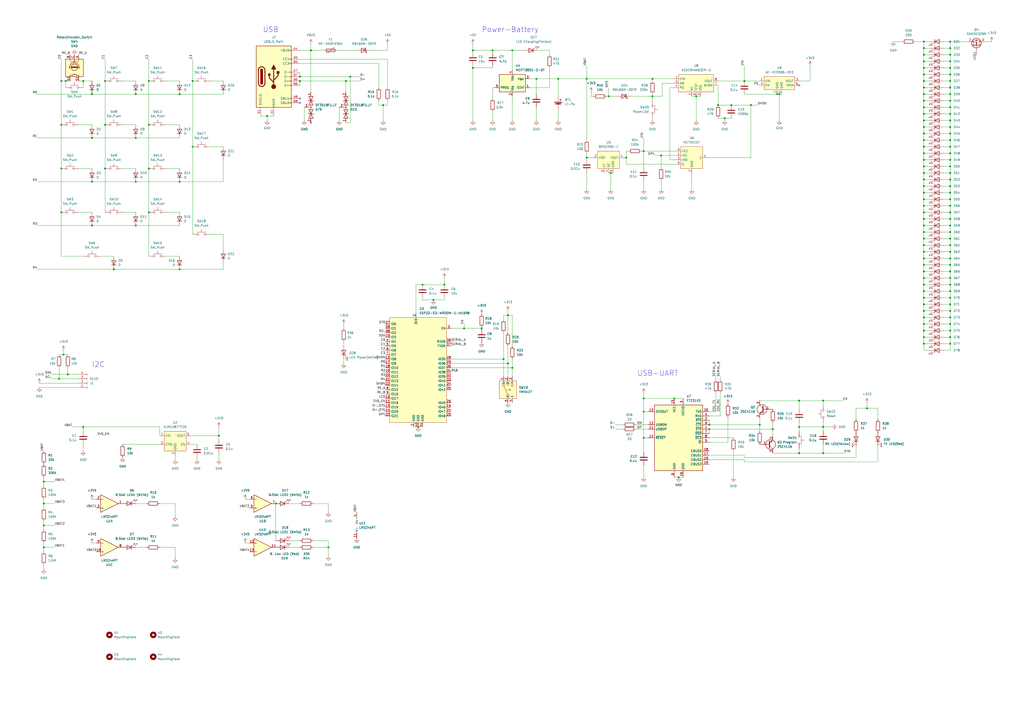
<source format=kicad_sch>
(kicad_sch (version 20231120) (generator "eeschema") (generator_version "8.0")
  (paper "A2")
  (junction (at 551.18 176.53))
  (junction (at 245.11 165.1))
  (junction (at 78.74 54.61))
  (junction (at 411.48 248.92))
  (junction (at 551.18 130.81))
  (junction (at 180.34 29.21))
  (junction (at 416.56 60.96))
  (junction (at 104.14 156.21))
  (junction (at 535.94 62.23))
  (junction (at 551.18 66.04))
  (junction (at 274.32 29.21))
  (junction (at 535.94 39.37))
  (junction (at 279.4 190.5))
  (junction (at 535.94 180.34))
  (junction (at 104.14 105.41))
  (junction (at 535.94 199.39))
  (junction (at 173.99 46.99))
  (junction (at 535.94 77.47))
  (junction (at 160.02 292.1))
  (junction (at 60.96 46.99))
  (junction (at 383.54 90.17))
  (junction (at 535.94 104.14))
  (junction (at 535.94 130.81))
  (junction (at 535.94 157.48))
  (junction (at 463.55 262.89))
  (junction (at 551.18 149.86))
  (junction (at 551.18 35.56))
  (junction (at 111.76 46.99))
  (junction (at 535.94 123.19))
  (junction (at 535.94 24.13))
  (junction (at 477.52 262.89))
  (junction (at 551.18 184.15))
  (junction (at 323.85 45.72))
  (junction (at 78.74 105.41))
  (junction (at 535.94 142.24))
  (junction (at 48.26 247.65))
  (junction (at 535.94 187.96))
  (junction (at 25.4 292.1))
  (junction (at 535.94 100.33))
  (junction (at 200.66 46.99))
  (junction (at 535.94 92.71))
  (junction (at 48.26 46.99))
  (junction (at 448.31 248.92))
  (junction (at 551.18 43.18))
  (junction (at 535.94 146.05))
  (junction (at 551.18 157.48))
  (junction (at 391.16 231.14))
  (junction (at 53.34 80.01))
  (junction (at 551.18 69.85))
  (junction (at 535.94 168.91))
  (junction (at 535.94 85.09))
  (junction (at 535.94 111.76))
  (junction (at 373.38 238.76))
  (junction (at 373.38 87.63))
  (junction (at 292.1 208.28))
  (junction (at 535.94 107.95))
  (junction (at 535.94 69.85))
  (junction (at 35.56 97.79))
  (junction (at 294.64 182.88))
  (junction (at 86.36 97.79))
  (junction (at 551.18 123.19))
  (junction (at 535.94 54.61))
  (junction (at 86.36 72.39))
  (junction (at 535.94 184.15))
  (junction (at 551.18 50.8))
  (junction (at 363.22 91.44))
  (junction (at 463.55 247.65))
  (junction (at 297.18 213.36))
  (junction (at 203.2 44.45))
  (junction (at 53.34 105.41))
  (junction (at 340.36 91.44))
  (junction (at 535.94 127))
  (junction (at 154.94 67.31))
  (junction (at 551.18 138.43))
  (junction (at 535.94 161.29))
  (junction (at 535.94 149.86))
  (junction (at 294.64 210.82))
  (junction (at 535.94 66.04))
  (junction (at 535.94 50.8))
  (junction (at 373.38 254))
  (junction (at 373.38 231.14))
  (junction (at 551.18 96.52))
  (junction (at 285.75 29.21))
  (junction (at 551.18 119.38))
  (junction (at 551.18 88.9))
  (junction (at 551.18 115.57))
  (junction (at 452.12 54.61))
  (junction (at 477.52 232.41))
  (junction (at 535.94 46.99))
  (junction (at 535.94 134.62))
  (junction (at 535.94 73.66))
  (junction (at 551.18 27.94))
  (junction (at 551.18 111.76))
  (junction (at 378.46 45.72))
  (junction (at 551.18 165.1))
  (junction (at 25.4 317.5))
  (junction (at 535.94 172.72))
  (junction (at 551.18 104.14))
  (junction (at 35.56 46.99))
  (junction (at 535.94 96.52))
  (junction (at 535.94 191.77))
  (junction (at 25.4 279.4))
  (junction (at 173.99 44.45))
  (junction (at 551.18 62.23))
  (junction (at 535.94 88.9))
  (junction (at 551.18 107.95))
  (junction (at 551.18 168.91))
  (junction (at 551.18 161.29))
  (junction (at 86.36 46.99))
  (junction (at 35.56 72.39))
  (junction (at 53.34 130.81))
  (junction (at 86.36 123.19))
  (junction (at 535.94 165.1))
  (junction (at 36.83 205.74))
  (junction (at 535.94 31.75))
  (junction (at 378.46 55.88))
  (junction (at 66.04 156.21))
  (junction (at 274.32 39.37))
  (junction (at 535.94 115.57))
  (junction (at 435.61 60.96))
  (junction (at 551.18 195.58))
  (junction (at 424.18 60.96))
  (junction (at 222.25 60.96))
  (junction (at 551.18 153.67))
  (junction (at 242.57 247.65))
  (junction (at 551.18 73.66))
  (junction (at 551.18 146.05))
  (junction (at 257.81 165.1))
  (junction (at 535.94 195.58))
  (junction (at 551.18 46.99))
  (junction (at 403.86 55.88))
  (junction (at 535.94 119.38))
  (junction (at 440.69 246.38))
  (junction (at 78.74 130.81))
  (junction (at 190.5 317.5))
  (junction (at 393.7 276.86))
  (junction (at 39.37 217.17))
  (junction (at 551.18 58.42))
  (junction (at 551.18 191.77))
  (junction (at 463.55 232.41))
  (junction (at 60.96 72.39))
  (junction (at 353.06 55.88))
  (junction (at 38.1 46.99))
  (junction (at 127 252.73))
  (junction (at 551.18 81.28))
  (junction (at 551.18 199.39))
  (junction (at 535.94 153.67))
  (junction (at 104.14 54.61))
  (junction (at 60.96 97.79))
  (junction (at 551.18 39.37))
  (junction (at 551.18 180.34))
  (junction (at 297.18 29.21))
  (junction (at 551.18 24.13))
  (junction (at 551.18 127))
  (junction (at 25.4 304.8))
  (junction (at 535.94 176.53))
  (junction (at 551.18 77.47))
  (junction (at 535.94 58.42))
  (junction (at 78.74 80.01))
  (junction (at 35.56 123.19))
  (junction (at 551.18 172.72))
  (junction (at 111.76 85.09))
  (junction (at 450.85 54.61))
  (junction (at 411.48 246.38))
  (junction (at 354.33 100.33))
  (junction (at 431.8 46.99))
  (junction (at 551.18 142.24))
  (junction (at 551.18 134.62))
  (junction (at 477.52 247.65))
  (junction (at 502.92 236.855))
  (junction (at 535.94 43.18))
  (junction (at 551.18 31.75))
  (junction (at 551.18 92.71))
  (junction (at 535.94 81.28))
  (junction (at 251.46 173.99))
  (junction (at 535.94 138.43))
  (junction (at 311.15 45.72))
  (junction (at 420.37 68.58))
  (junction (at 551.18 187.96))
  (junction (at 269.24 190.5))
  (junction (at 551.18 85.09))
  (junction (at 551.18 54.61))
  (junction (at 551.18 100.33))
  (junction (at 535.94 27.94))
  (junction (at 53.34 54.61))
  (junction (at 535.94 35.56))
  (junction (at 340.36 45.72))
  (junction (at 34.29 219.71))
  (no_connect (at 173.99 57.15))
  (no_connect (at 173.99 59.69))
  (no_connect (at 463.55 49.53))
  (no_connect (at 180.34 71.12))
  (wire (pts (xy 551.18 43.18) (xy 547.37 43.18)))
  (wire (pts (xy 551.18 92.71) (xy 547.37 92.71)))
  (wire (pts (xy 477.52 234.95) (xy 477.52 232.41)))
  (wire (pts (xy 551.18 81.28) (xy 551.18 85.09)))
  (wire (pts (xy 48.26 261.62) (xy 48.26 257.81)))
  (wire (pts (xy 469.9 46.99) (xy 463.55 46.99)))
  (wire (pts (xy 535.94 142.24) (xy 539.75 142.24)))
  (wire (pts (xy 48.26 148.59) (xy 35.56 148.59)))
  (wire (pts (xy 415.29 227.965) (xy 415.29 238.76)))
  (wire (pts (xy 111.76 46.99) (xy 111.76 85.09)))
  (wire (pts (xy 173.99 46.99) (xy 173.99 49.53)))
  (wire (pts (xy 477.52 247.65) (xy 477.52 250.19)))
  (wire (pts (xy 551.18 191.77) (xy 547.37 191.77)))
  (wire (pts (xy 477.52 262.89) (xy 489.585 262.89)))
  (wire (pts (xy 535.94 66.04) (xy 535.94 69.85)))
  (wire (pts (xy 340.36 100.33) (xy 340.36 109.855)))
  (wire (pts (xy 110.49 252.73) (xy 127 252.73)))
  (wire (pts (xy 431.8 265.43) (xy 431.8 264.16)))
  (wire (pts (xy 48.26 247.65) (xy 92.71 247.65)))
  (wire (pts (xy 551.18 165.1) (xy 551.18 168.91)))
  (wire (pts (xy 96.52 123.19) (xy 104.14 123.19)))
  (wire (pts (xy 535.94 77.47) (xy 539.75 77.47)))
  (wire (pts (xy 535.94 24.13) (xy 539.75 24.13)))
  (wire (pts (xy 551.18 123.19) (xy 551.18 127)))
  (wire (pts (xy 203.2 44.45) (xy 203.2 71.12)))
  (wire (pts (xy 378.46 46.99) (xy 378.46 45.72)))
  (wire (pts (xy 551.18 149.86) (xy 551.18 153.67)))
  (wire (pts (xy 224.79 25.4) (xy 224.79 29.21)))
  (wire (pts (xy 440.69 232.41) (xy 463.55 232.41)))
  (wire (pts (xy 551.18 35.56) (xy 551.18 39.37)))
  (wire (pts (xy 34.29 213.36) (xy 34.29 219.71)))
  (wire (pts (xy 551.18 119.38) (xy 547.37 119.38)))
  (wire (pts (xy 241.3 165.1) (xy 241.3 181.61)))
  (wire (pts (xy 535.94 127) (xy 535.94 130.81)))
  (wire (pts (xy 518.16 24.13) (xy 523.24 24.13)))
  (wire (pts (xy 535.94 123.19) (xy 539.75 123.19)))
  (wire (pts (xy 502.92 236.855) (xy 509.27 236.855)))
  (wire (pts (xy 551.18 199.39) (xy 547.37 199.39)))
  (wire (pts (xy 364.49 87.63) (xy 363.22 87.63)))
  (wire (pts (xy 535.94 35.56) (xy 535.94 39.37)))
  (wire (pts (xy 551.18 73.66) (xy 547.37 73.66)))
  (wire (pts (xy 431.8 54.61) (xy 450.85 54.61)))
  (wire (pts (xy 114.3 266.7) (xy 114.3 265.43)))
  (wire (pts (xy 297.18 213.36) (xy 297.18 208.28)))
  (wire (pts (xy 78.74 80.01) (xy 104.14 80.01)))
  (wire (pts (xy 551.18 195.58) (xy 551.18 199.39)))
  (wire (pts (xy 173.99 292.1) (xy 167.64 292.1)))
  (wire (pts (xy 121.92 135.89) (xy 129.54 135.89)))
  (wire (pts (xy 292.1 208.28) (xy 292.1 193.04)))
  (wire (pts (xy 53.34 105.41) (xy 78.74 105.41)))
  (wire (pts (xy 285.75 57.15) (xy 285.75 50.8)))
  (wire (pts (xy 551.18 85.09) (xy 547.37 85.09)))
  (wire (pts (xy 53.34 289.56) (xy 55.88 289.56)))
  (wire (pts (xy 551.18 165.1) (xy 547.37 165.1)))
  (wire (pts (xy 294.64 210.82) (xy 294.64 200.66)))
  (wire (pts (xy 535.94 172.72) (xy 535.94 176.53)))
  (wire (pts (xy 378.46 55.88) (xy 378.46 54.61)))
  (wire (pts (xy 411.48 254) (xy 425.45 254)))
  (wire (pts (xy 551.18 73.66) (xy 551.18 77.47)))
  (wire (pts (xy 180.34 25.4) (xy 180.34 29.21)))
  (wire (pts (xy 35.56 148.59) (xy 35.56 123.19)))
  (wire (pts (xy 53.34 80.01) (xy 78.74 80.01)))
  (wire (pts (xy 391.16 231.14) (xy 373.38 231.14)))
  (wire (pts (xy 435.61 60.96) (xy 435.61 91.44)))
  (wire (pts (xy 219.71 50.8) (xy 219.71 36.83)))
  (wire (pts (xy 219.71 60.96) (xy 219.71 58.42)))
  (wire (pts (xy 551.18 58.42) (xy 547.37 58.42)))
  (wire (pts (xy 375.92 254) (xy 373.38 254)))
  (wire (pts (xy 104.14 54.61) (xy 129.54 54.61)))
  (wire (pts (xy 535.94 58.42) (xy 535.94 62.23)))
  (wire (pts (xy 39.37 217.17) (xy 45.72 217.17)))
  (wire (pts (xy 535.94 123.19) (xy 535.94 127)))
  (wire (pts (xy 127 255.27) (xy 127 252.73)))
  (wire (pts (xy 535.94 176.53) (xy 539.75 176.53)))
  (wire (pts (xy 566.42 31.75) (xy 566.42 31.115)))
  (wire (pts (xy 551.18 62.23) (xy 547.37 62.23)))
  (wire (pts (xy 535.94 157.48) (xy 535.94 161.29)))
  (wire (pts (xy 121.92 85.09) (xy 129.54 85.09)))
  (wire (pts (xy 551.18 58.42) (xy 551.18 62.23)))
  (wire (pts (xy 502.92 233.68) (xy 502.92 236.855)))
  (wire (pts (xy 173.99 41.91) (xy 173.99 44.45)))
  (wire (pts (xy 535.94 54.61) (xy 539.75 54.61)))
  (wire (pts (xy 29.845 219.71) (xy 34.29 219.71)))
  (wire (pts (xy 431.8 264.16) (xy 411.48 264.16)))
  (wire (pts (xy 551.18 69.85) (xy 551.18 73.66)))
  (wire (pts (xy 21.59 105.41) (xy 53.34 105.41)))
  (wire (pts (xy 154.94 69.85) (xy 154.94 67.31)))
  (wire (pts (xy 222.25 60.96) (xy 219.71 60.96)))
  (wire (pts (xy 535.94 43.18) (xy 539.75 43.18)))
  (wire (pts (xy 535.94 180.34) (xy 535.94 184.15)))
  (wire (pts (xy 85.09 292.1) (xy 78.74 292.1)))
  (wire (pts (xy 200.66 46.99) (xy 200.66 53.34)))
  (wire (pts (xy 78.74 54.61) (xy 104.14 54.61)))
  (wire (pts (xy 195.58 29.21) (xy 207.01 29.21)))
  (wire (pts (xy 509.27 267.97) (xy 509.27 258.445)))
  (wire (pts (xy 551.18 153.67) (xy 547.37 153.67)))
  (wire (pts (xy 535.94 35.56) (xy 539.75 35.56)))
  (wire (pts (xy 292.1 185.42) (xy 292.1 182.88)))
  (wire (pts (xy 477.52 257.81) (xy 477.52 262.89)))
  (wire (pts (xy 463.55 247.65) (xy 463.55 250.19)))
  (wire (pts (xy 86.36 123.19) (xy 86.36 148.59)))
  (wire (pts (xy 101.6 266.7) (xy 101.6 264.16)))
  (wire (pts (xy 279.4 189.865) (xy 279.4 190.5)))
  (wire (pts (xy 535.94 39.37) (xy 535.94 43.18)))
  (wire (pts (xy 424.18 60.96) (xy 435.61 60.96)))
  (wire (pts (xy 340.36 88.9) (xy 340.36 91.44)))
  (wire (pts (xy 353.06 55.88) (xy 358.14 55.88)))
  (wire (pts (xy 440.69 49.53) (xy 440.055 49.53)))
  (wire (pts (xy 257.81 161.29) (xy 257.81 165.1)))
  (wire (pts (xy 363.22 95.25) (xy 392.43 95.25)))
  (wire (pts (xy 285.75 69.85) (xy 285.75 64.77)))
  (wire (pts (xy 417.83 241.3) (xy 411.48 241.3)))
  (wire (pts (xy 551.18 161.29) (xy 551.18 165.1)))
  (wire (pts (xy 535.94 100.33) (xy 539.75 100.33)))
  (wire (pts (xy 342.9 53.34) (xy 342.9 55.88)))
  (wire (pts (xy 92.71 247.65) (xy 92.71 252.73)))
  (wire (pts (xy 101.6 292.1) (xy 92.71 292.1)))
  (wire (pts (xy 373.38 104.775) (xy 373.38 109.855)))
  (wire (pts (xy 417.83 220.345) (xy 417.83 218.44)))
  (wire (pts (xy 535.94 88.9) (xy 535.94 92.71)))
  (wire (pts (xy 551.18 172.72) (xy 551.18 176.53)))
  (wire (pts (xy 41.91 247.65) (xy 48.26 247.65)))
  (wire (pts (xy 401.32 100.33) (xy 401.32 109.855)))
  (wire (pts (xy 535.94 134.62) (xy 539.75 134.62)))
  (wire (pts (xy 535.94 111.76) (xy 535.94 115.57)))
  (wire (pts (xy 36.83 205.74) (xy 36.83 203.2)))
  (wire (pts (xy 363.22 91.44) (xy 363.22 95.25)))
  (wire (pts (xy 372.11 87.63) (xy 373.38 87.63)))
  (wire (pts (xy 21.59 156.21) (xy 66.04 156.21)))
  (wire (pts (xy 535.94 54.61) (xy 535.94 58.42)))
  (wire (pts (xy 127 266.7) (xy 127 262.89)))
  (wire (pts (xy 431.8 265.43) (xy 496.57 265.43)))
  (wire (pts (xy 368.935 248.92) (xy 375.92 248.92)))
  (wire (pts (xy 551.18 130.81) (xy 547.37 130.81)))
  (wire (pts (xy 535.94 46.99) (xy 535.94 50.8)))
  (wire (pts (xy 403.86 69.85) (xy 403.86 55.88)))
  (wire (pts (xy 551.18 184.15) (xy 551.18 187.96)))
  (wire (pts (xy 535.94 191.77) (xy 539.75 191.77)))
  (wire (pts (xy 551.18 88.9) (xy 551.18 92.71)))
  (wire (pts (xy 535.94 81.28) (xy 535.94 85.09)))
  (wire (pts (xy 496.57 258.445) (xy 496.57 265.43)))
  (wire (pts (xy 535.94 62.23) (xy 539.75 62.23)))
  (wire (pts (xy 551.18 24.13) (xy 547.37 24.13)))
  (wire (pts (xy 104.14 156.21) (xy 129.54 156.21)))
  (wire (pts (xy 203.2 44.45) (xy 208.915 44.45)))
  (wire (pts (xy 551.18 24.13) (xy 561.34 24.13)))
  (wire (pts (xy 25.4 292.1) (xy 25.4 294.64)))
  (wire (pts (xy 551.18 187.96) (xy 547.37 187.96)))
  (wire (pts (xy 551.18 191.77) (xy 551.18 195.58)))
  (wire (pts (xy 551.18 127) (xy 551.18 130.81)))
  (wire (pts (xy 551.18 172.72) (xy 547.37 172.72)))
  (wire (pts (xy 416.56 68.58) (xy 420.37 68.58)))
  (wire (pts (xy 463.55 247.65) (xy 477.52 247.65)))
  (wire (pts (xy 551.18 161.29) (xy 547.37 161.29)))
  (wire (pts (xy 86.36 46.99) (xy 86.36 72.39)))
  (wire (pts (xy 551.18 50.8) (xy 551.18 54.61)))
  (wire (pts (xy 318.77 39.37) (xy 318.77 50.8)))
  (wire (pts (xy 535.94 73.66) (xy 539.75 73.66)))
  (wire (pts (xy 535.94 165.1) (xy 539.75 165.1)))
  (wire (pts (xy 383.54 90.17) (xy 383.54 97.155)))
  (wire (pts (xy 383.54 104.775) (xy 383.54 109.855)))
  (wire (pts (xy 551.18 115.57) (xy 547.37 115.57)))
  (wire (pts (xy 535.94 31.75) (xy 535.94 35.56)))
  (wire (pts (xy 92.71 317.5) (xy 101.6 317.5)))
  (wire (pts (xy 111.76 85.09) (xy 111.76 135.89)))
  (wire (pts (xy 401.32 55.88) (xy 403.86 55.88)))
  (wire (pts (xy 190.5 297.18) (xy 190.5 292.1)))
  (wire (pts (xy 551.18 195.58) (xy 547.37 195.58)))
  (wire (pts (xy 535.94 172.72) (xy 539.75 172.72)))
  (wire (pts (xy 35.56 97.79) (xy 35.56 123.19)))
  (wire (pts (xy 142.24 289.56) (xy 144.78 289.56)))
  (wire (pts (xy 384.175 48.26) (xy 384.175 55.88)))
  (wire (pts (xy 154.94 67.31) (xy 158.75 67.31)))
  (wire (pts (xy 60.96 72.39) (xy 60.96 97.79)))
  (wire (pts (xy 431.8 267.97) (xy 509.27 267.97)))
  (wire (pts (xy 25.4 302.26) (xy 25.4 304.8)))
  (wire (pts (xy 45.72 46.99) (xy 48.26 46.99)))
  (wire (pts (xy 96.52 46.99) (xy 104.14 46.99)))
  (wire (pts (xy 411.48 256.54) (xy 422.275 256.54)))
  (wire (pts (xy 435.61 60.96) (xy 439.42 60.96)))
  (wire (pts (xy 245.11 173.99) (xy 251.46 173.99)))
  (wire (pts (xy 292.1 218.44) (xy 292.1 208.28)))
  (wire (pts (xy 353.06 50.8) (xy 353.06 55.88)))
  (wire (pts (xy 535.94 85.09) (xy 539.75 85.09)))
  (wire (pts (xy 173.99 44.45) (xy 203.2 44.45)))
  (wire (pts (xy 60.96 97.79) (xy 60.96 123.19)))
  (wire (pts (xy 535.94 184.15) (xy 539.75 184.15)))
  (wire (pts (xy 551.18 203.2) (xy 547.37 203.2)))
  (wire (pts (xy 39.37 205.74) (xy 36.83 205.74)))
  (wire (pts (xy 294.64 182.88) (xy 297.18 182.88)))
  (wire (pts (xy 285.75 29.21) (xy 297.18 29.21)))
  (wire (pts (xy 53.34 54.61) (xy 78.74 54.61)))
  (wire (pts (xy 448.31 245.11) (xy 448.31 248.92)))
  (wire (pts (xy 551.18 180.34) (xy 547.37 180.34)))
  (wire (pts (xy 431.8 267.97) (xy 431.8 266.7)))
  (wire (pts (xy 535.94 85.09) (xy 535.94 88.9)))
  (wire (pts (xy 200.66 46.99) (xy 208.915 46.99)))
  (wire (pts (xy 551.18 104.14) (xy 547.37 104.14)))
  (wire (pts (xy 535.94 100.33) (xy 535.94 104.14)))
  (wire (pts (xy 181.61 317.5) (xy 190.5 317.5)))
  (wire (pts (xy 323.85 45.72) (xy 323.85 55.88)))
  (wire (pts (xy 551.18 54.61) (xy 551.18 58.42)))
  (wire (pts (xy 351.79 55.88) (xy 353.06 55.88)))
  (wire (pts (xy 224.79 29.21) (xy 214.63 29.21)))
  (wire (pts (xy 551.18 43.18) (xy 551.18 46.99)))
  (wire (pts (xy 96.52 72.39) (xy 104.14 72.39)))
  (wire (pts (xy 129.54 135.89) (xy 129.54 144.78)))
  (wire (pts (xy 25.4 314.96) (xy 25.4 317.5)))
  (wire (pts (xy 509.27 236.855) (xy 509.27 243.205)))
  (wire (pts (xy 551.18 111.76) (xy 547.37 111.76)))
  (wire (pts (xy 25.4 276.86) (xy 25.4 279.4)))
  (wire (pts (xy 373.38 238.76) (xy 375.92 238.76)))
  (wire (pts (xy 551.18 157.48) (xy 551.18 161.29)))
  (wire (pts (xy 420.37 69.85) (xy 420.37 68.58)))
  (wire (pts (xy 535.94 27.94) (xy 539.75 27.94)))
  (wire (pts (xy 530.86 24.13) (xy 535.94 24.13)))
  (wire (pts (xy 551.18 119.38) (xy 551.18 123.19)))
  (wire (pts (xy 129.54 152.4) (xy 129.54 156.21)))
  (wire (pts (xy 535.94 153.67) (xy 535.94 157.48)))
  (wire (pts (xy 297.18 200.66) (xy 297.18 182.88)))
  (wire (pts (xy 535.94 187.96) (xy 539.75 187.96)))
  (wire (pts (xy 535.94 50.8) (xy 535.94 54.61)))
  (wire (pts (xy 551.18 153.67) (xy 551.18 157.48)))
  (wire (pts (xy 173.99 317.5) (xy 167.64 317.5)))
  (wire (pts (xy 71.12 257.81) (xy 92.71 257.81)))
  (wire (pts (xy 31.75 279.4) (xy 25.4 279.4)))
  (wire (pts (xy 274.32 30.48) (xy 274.32 29.21)))
  (wire (pts (xy 34.29 205.74) (xy 36.83 205.74)))
  (wire (pts (xy 251.46 173.99) (xy 257.81 173.99)))
  (wire (pts (xy 463.55 237.49) (xy 463.55 232.41)))
  (wire (pts (xy 551.18 88.9) (xy 547.37 88.9)))
  (wire (pts (xy 34.29 219.71) (xy 45.72 219.71)))
  (wire (pts (xy 535.94 119.38) (xy 535.94 123.19)))
  (wire (pts (xy 224.79 60.96) (xy 224.79 58.42)))
  (wire (pts (xy 190.5 322.58) (xy 190.5 317.5)))
  (wire (pts (xy 535.94 107.95) (xy 535.94 111.76)))
  (wire (pts (xy 535.94 77.47) (xy 535.94 81.28)))
  (wire (pts (xy 535.94 43.18) (xy 535.94 46.99)))
  (wire (pts (xy 25.4 327.66) (xy 25.4 330.2)))
  (wire (pts (xy 416.56 46.99) (xy 431.8 46.99)))
  (wire (pts (xy 269.24 187.96) (xy 269.24 190.5)))
  (wire (pts (xy 373.38 87.63) (xy 392.43 87.63)))
  (wire (pts (xy 551.18 81.28) (xy 547.37 81.28)))
  (wire (pts (xy 431.8 38.1) (xy 431.8 46.99)))
  (wire (pts (xy 373.38 227.965) (xy 373.38 231.14)))
  (wire (pts (xy 440.69 246.38) (xy 440.69 250.19)))
  (wire (pts (xy 551.18 138.43) (xy 547.37 138.43)))
  (wire (pts (xy 463.55 262.89) (xy 477.52 262.89)))
  (wire (pts (xy 96.52 97.79) (xy 104.14 97.79)))
  (wire (pts (xy 340.36 91.44) (xy 344.17 91.44)))
  (wire (pts (xy 378.46 58.42) (xy 378.46 55.88)))
  (wire (pts (xy 422.275 241.935) (xy 422.275 256.54)))
  (wire (pts (xy 551.18 111.76) (xy 551.18 115.57)))
  (wire (pts (xy 496.57 236.855) (xy 502.92 236.855)))
  (wire (pts (xy 535.94 111.76) (xy 539.75 111.76)))
  (wire (pts (xy 101.6 292.1) (xy 101.6 299.72)))
  (wire (pts (xy 292.1 182.88) (xy 294.64 182.88)))
  (wire (pts (xy 190.5 317.5) (xy 190.5 313.69)))
  (wire (pts (xy 356.87 246.38) (xy 361.315 246.38)))
  (wire (pts (xy 463.55 245.11) (xy 463.55 247.65)))
  (wire (pts (xy 452.12 54.61) (xy 453.39 54.61)))
  (wire (pts (xy 551.18 149.86) (xy 547.37 149.86)))
  (wire (pts (xy 551.18 176.53) (xy 551.18 180.34)))
  (wire (pts (xy 420.37 68.58) (xy 424.18 68.58)))
  (wire (pts (xy 448.31 262.89) (xy 463.55 262.89)))
  (wire (pts (xy 71.12 97.79) (xy 78.74 97.79)))
  (wire (pts (xy 391.16 50.8) (xy 388.62 50.8)))
  (wire (pts (xy 269.24 190.5) (xy 261.62 190.5)))
  (wire (pts (xy 551.18 134.62) (xy 547.37 134.62)))
  (wire (pts (xy 22.86 224.79) (xy 45.72 224.79)))
  (wire (pts (xy 297.18 218.44) (xy 297.18 213.36)))
  (wire (pts (xy 551.18 130.81) (xy 551.18 134.62)))
  (wire (pts (xy 104.14 105.41) (xy 129.54 105.41)))
  (wire (pts (xy 38.1 46.99) (xy 40.64 46.99)))
  (wire (pts (xy 551.18 96.52) (xy 547.37 96.52)))
  (wire (pts (xy 39.37 213.36) (xy 39.37 217.17)))
  (wire (pts (xy 22.86 222.25) (xy 45.72 222.25)))
  (wire (pts (xy 199.39 187.96) (xy 199.39 190.5)))
  (wire (pts (xy 425.45 261.62) (xy 425.45 276.86)))
  (wire (pts (xy 448.31 252.73) (xy 448.31 248.92)))
  (wire (pts (xy 551.18 115.57) (xy 551.18 119.38)))
  (wire (pts (xy 60.96 34.29) (xy 60.96 46.99)))
  (wire (pts (xy 285.75 30.48) (xy 285.75 29.21)))
  (wire (pts (xy 535.94 180.34) (xy 539.75 180.34)))
  (wire (pts (xy 373.38 87.63) (xy 373.38 97.155)))
  (wire (pts (xy 551.18 31.75) (xy 547.37 31.75)))
  (wire (pts (xy 463.55 232.41) (xy 477.52 232.41)))
  (wire (pts (xy 535.94 195.58) (xy 535.94 199.39)))
  (wire (pts (xy 551.18 142.24) (xy 547.37 142.24)))
  (wire (pts (xy 535.94 31.75) (xy 539.75 31.75)))
  (wire (pts (xy 551.18 176.53) (xy 547.37 176.53)))
  (wire (pts (xy 297.18 29.21) (xy 297.18 40.64)))
  (wire (pts (xy 323.85 45.72) (xy 340.36 45.72)))
  (wire (pts (xy 297.18 55.88) (xy 297.18 69.85)))
  (wire (pts (xy 450.85 54.61) (xy 452.12 54.61)))
  (wire (pts (xy 535.94 168.91) (xy 535.94 172.72)))
  (wire (pts (xy 440.69 242.57) (xy 440.69 246.38)))
  (wire (pts (xy 311.785 29.21) (xy 318.77 29.21)))
  (wire (pts (xy 60.96 46.99) (xy 60.96 72.39)))
  (wire (pts (xy 154.94 67.31) (xy 151.13 67.31)))
  (wire (pts (xy 535.94 66.04) (xy 539.75 66.04)))
  (wire (pts (xy 535.94 184.15) (xy 535.94 187.96)))
  (wire (pts (xy 86.36 97.79) (xy 86.36 123.19)))
  (wire (pts (xy 96.52 148.59) (xy 104.14 148.59)))
  (wire (pts (xy 535.94 138.43) (xy 539.75 138.43)))
  (wire (pts (xy 411.48 243.84) (xy 411.48 246.38)))
  (wire (pts (xy 535.94 24.13) (xy 535.94 27.94)))
  (wire (pts (xy 29.845 217.17) (xy 39.37 217.17)))
  (wire (pts (xy 551.18 146.05) (xy 547.37 146.05)))
  (wire (pts (xy 535.94 138.43) (xy 535.94 142.24)))
  (wire (pts (xy 25.4 304.8) (xy 25.4 307.34)))
  (wire (pts (xy 71.12 46.99) (xy 78.74 46.99)))
  (wire (pts (xy 173.99 34.29) (xy 224.79 34.29)))
  (wire (pts (xy 48.26 46.99) (xy 53.34 46.99)))
  (wire (pts (xy 411.48 248.92) (xy 411.48 251.46)))
  (wire (pts (xy 35.56 46.99) (xy 35.56 72.39)))
  (wire (pts (xy 411.48 246.38) (xy 440.69 246.38)))
  (wire (pts (xy 551.18 138.43) (xy 551.18 142.24)))
  (wire (pts (xy 85.09 317.5) (xy 78.74 317.5)))
  (wire (pts (xy 294.64 182.88) (xy 294.64 180.34)))
  (wire (pts (xy 86.36 34.29) (xy 86.36 46.99)))
  (wire (pts (xy 274.32 25.4) (xy 274.32 29.21)))
  (wire (pts (xy 551.18 134.62) (xy 551.18 138.43)))
  (wire (pts (xy 373.38 269.875) (xy 373.38 276.86)))
  (wire (pts (xy 311.15 45.72) (xy 323.85 45.72)))
  (wire (pts (xy 245.11 165.1) (xy 257.81 165.1)))
  (wire (pts (xy 240.03 247.65) (xy 242.57 247.65)))
  (wire (pts (xy 25.4 279.4) (xy 25.4 281.94)))
  (wire (pts (xy 535.94 130.81) (xy 535.94 134.62)))
  (wire (pts (xy 535.94 146.05) (xy 535.94 149.86)))
  (wire (pts (xy 535.94 39.37) (xy 539.75 39.37)))
  (wire (pts (xy 388.62 50.8) (xy 388.62 92.71)))
  (wire (pts (xy 318.77 29.21) (xy 318.77 31.75)))
  (wire (pts (xy 31.75 304.8) (xy 25.4 304.8)))
  (wire (pts (xy 181.61 313.69) (xy 190.5 313.69)))
  (wire (pts (xy 373.38 262.255) (xy 373.38 254)))
  (wire (pts (xy 551.18 77.47) (xy 547.37 77.47)))
  (wire (pts (xy 257.81 173.99) (xy 257.81 172.72)))
  (wire (pts (xy 294.64 218.44) (xy 294.64 210.82)))
  (wire (pts (xy 129.54 105.41) (xy 129.54 92.71)))
  (wire (pts (xy 53.34 130.81) (xy 78.74 130.81)))
  (wire (pts (xy 48.26 250.19) (xy 48.26 247.65)))
  (wire (pts (xy 160.02 292.1) (xy 160.02 313.69)))
  (wire (pts (xy 363.22 91.44) (xy 361.95 91.44)))
  (wire (pts (xy 383.54 90.17) (xy 392.43 90.17)))
  (wire (pts (xy 199.39 200.66) (xy 199.39 198.12)))
  (wire (pts (xy 378.46 45.72) (xy 391.16 45.72)))
  (wire (pts (xy 363.22 87.63) (xy 363.22 91.44)))
  (wire (pts (xy 551.18 146.05) (xy 551.18 149.86)))
  (wire (pts (xy 535.94 149.86) (xy 539.75 149.86)))
  (wire (pts (xy 463.55 260.35) (xy 463.55 262.89)))
  (wire (pts (xy 173.99 313.69) (xy 167.64 313.69)))
  (wire (pts (xy 551.18 142.24) (xy 551.18 146.05)))
  (wire (pts (xy 551.18 66.04) (xy 547.37 66.04)))
  (wire (pts (xy 535.94 203.2) (xy 539.75 203.2)))
  (wire (pts (xy 393.7 276.86) (xy 391.16 276.86)))
  (wire (pts (xy 384.175 55.88) (xy 378.46 55.88)))
  (wire (pts (xy 535.94 81.28) (xy 539.75 81.28)))
  (wire (pts (xy 551.18 168.91) (xy 551.18 172.72)))
  (wire (pts (xy 415.29 220.345) (xy 415.29 218.44)))
  (wire (pts (xy 35.56 46.99) (xy 38.1 46.99)))
  (wire (pts (xy 78.74 105.41) (xy 104.14 105.41)))
  (wire (pts (xy 496.57 236.855) (xy 496.57 243.205)))
  (wire (pts (xy 535.94 96.52) (xy 535.94 100.33)))
  (wire (pts (xy 551.18 199.39) (xy 551.18 203.2)))
  (wire (pts (xy 535.94 199.39) (xy 539.75 199.39)))
  (wire (pts (xy 535.94 127) (xy 539.75 127)))
  (wire (pts (xy 45.72 72.39) (xy 53.34 72.39)))
  (wire (pts (xy 378.46 69.85) (xy 378.46 68.58)))
  (wire (pts (xy 222.25 60.96) (xy 222.25 69.85)))
  (wire (pts (xy 311.15 69.85) (xy 311.15 62.23)))
  (wire (pts (xy 535.94 146.05) (xy 539.75 146.05)))
  (wire (pts (xy 469.9 38.1) (xy 469.9 46.99)))
  (wire (pts (xy 535.94 96.52) (xy 539.75 96.52)))
  (wire (pts (xy 340.36 38.1) (xy 340.36 45.72)))
  (wire (pts (xy 365.76 55.88) (xy 378.46 55.88)))
  (wire (pts (xy 323.85 69.85) (xy 323.85 63.5)))
  (wire (pts (xy 354.33 100.33) (xy 354.33 109.855)))
  (wire (pts (xy 121.92 46.99) (xy 129.54 46.99)))
  (wire (pts (xy 294.64 193.04) (xy 294.64 182.88)))
  (wire (pts (xy 25.4 289.56) (xy 25.4 292.1)))
  (wire (pts (xy 551.18 168.91) (xy 547.37 168.91)))
  (wire (pts (xy 71.12 123.19) (xy 78.74 123.19)))
  (wire (pts (xy 224.79 34.29) (xy 224.79 50.8)))
  (wire (pts (xy 535.94 191.77) (xy 535.94 195.58)))
  (wire (pts (xy 340.36 45.72) (xy 378.46 45.72)))
  (wire (pts (xy 551.18 92.71) (xy 551.18 96.52)))
  (wire (pts (xy 58.42 148.59) (xy 66.04 148.59)))
  (wire (pts (xy 551.18 39.37) (xy 551.18 43.18)))
  (wire (pts (xy 388.62 92.71) (xy 392.43 92.71)))
  (wire (pts (xy 535.94 58.42) (xy 539.75 58.42)))
  (wire (pts (xy 535.94 92.71) (xy 535.94 96.52)))
  (wire (pts (xy 31.75 292.1) (xy 25.4 292.1)))
  (wire (pts (xy 53.34 314.96) (xy 55.88 314.96)))
  (wire (pts (xy 535.94 161.29) (xy 535.94 165.1)))
  (wire (pts (xy 274.32 69.85) (xy 274.32 39.37)))
  (wire (pts (xy 86.36 72.39) (xy 86.36 97.79)))
  (wire (pts (xy 173.99 46.99) (xy 200.66 46.99)))
  (wire (pts (xy 311.15 54.61) (xy 311.15 45.72)))
  (wire (pts (xy 35.56 72.39) (xy 35.56 97.79)))
  (wire (pts (xy 66.04 156.21) (xy 104.14 156.21)))
  (wire (pts (xy 379.73 90.17) (xy 383.54 90.17)))
  (wire (pts (xy 551.18 100.33) (xy 551.18 104.14)))
  (wire (pts (xy 535.94 119.38) (xy 539.75 119.38)))
  (wire (pts (xy 477.52 245.11) (xy 477.52 247.65)))
  (wire (pts (xy 417.83 227.965) (xy 417.83 241.3)))
  (wire (pts (xy 551.18 96.52) (xy 551.18 100.33)))
  (wire (pts (xy 535.94 104.14) (xy 539.75 104.14)))
  (wire (pts (xy 551.18 180.34) (xy 551.18 184.15)))
  (wire (pts (xy 535.94 107.95) (xy 539.75 107.95)))
  (wire (pts (xy 38.1 50.8) (xy 38.1 46.99)))
  (wire (pts (xy 274.32 39.37) (xy 285.75 39.37)))
  (wire (pts (xy 373.38 80.01) (xy 373.38 87.63)))
  (wire (pts (xy 551.18 85.09) (xy 551.18 88.9)))
  (wire (pts (xy 535.94 92.71) (xy 539.75 92.71)))
  (wire (pts (xy 431.8 266.7) (xy 411.48 266.7)))
  (wire (pts (xy 101.6 323.85) (xy 101.6 317.5)))
  (wire (pts (xy 274.32 39.37) (xy 274.32 38.1)))
  (wire (pts (xy 354.33 100.33) (xy 355.6 100.33)))
  (wire (pts (xy 551.18 31.75) (xy 551.18 35.56)))
  (wire (pts (xy 551.18 46.99) (xy 551.18 50.8)))
  (wire (pts (xy 368.935 246.38) (xy 375.92 246.38)))
  (wire (pts (xy 535.94 153.67) (xy 539.75 153.67)))
  (wire (pts (xy 535.94 134.62) (xy 535.94 138.43)))
  (wire (pts (xy 297.18 29.21) (xy 304.165 29.21)))
  (wire (pts (xy 35.56 34.29) (xy 35.56 46.99)))
  (wire (pts (xy 551.18 24.13) (xy 551.18 27.94)))
  (wire (pts (xy 535.94 27.94) (xy 535.94 31.75)))
  (wire (pts (xy 551.18 54.61) (xy 547.37 54.61)))
  (wire (pts (xy 551.18 27.94) (xy 551.18 31.75)))
  (wire (pts (xy 224.79 60.96) (xy 222.25 60.96)))
  (wire (pts (xy 21.59 54.61) (xy 53.34 54.61)))
  (wire (pts (xy 25.4 317.5) (xy 25.4 320.04)))
  (wire (pts (xy 551.18 107.95) (xy 547.37 107.95)))
  (wire (pts (xy 416.56 60.96) (xy 424.18 60.96)))
  (wire (pts (xy 551.18 35.56) (xy 547.37 35.56)))
  (wire (pts (xy 551.18 50.8) (xy 547.37 50.8)))
  (wire (pts (xy 535.94 115.57) (xy 535.94 119.38)))
  (wire (pts (xy 142.24 314.96) (xy 144.78 314.96)))
  (wire (pts (xy 551.18 157.48) (xy 547.37 157.48)))
  (wire (pts (xy 551.18 66.04) (xy 551.18 69.85)))
  (wire (pts (xy 245.11 165.1) (xy 241.3 165.1)))
  (wire (pts (xy 535.94 199.39) (xy 535.94 203.2)))
  (wire (pts (xy 551.18 62.23) (xy 551.18 66.04)))
  (wire (pts (xy 535.94 69.85) (xy 535.94 73.66)))
  (wire (pts (xy 245.11 172.72) (xy 245.11 173.99)))
  (wire (pts (xy 551.18 107.95) (xy 551.18 111.76)))
  (wire (pts (xy 535.94 130.81) (xy 539.75 130.81)))
  (wire (pts (xy 551.18 187.96) (xy 551.18 191.77)))
  (wire (pts (xy 535.94 88.9) (xy 539.75 88.9)))
  (wire (pts (xy 551.18 77.47) (xy 551.18 81.28)))
  (wire (pts (xy 551.18 46.99) (xy 547.37 46.99)))
  (wire (pts (xy 551.18 39.37) (xy 547.37 39.37)))
  (wire (pts (xy 318.77 50.8) (xy 307.34 50.8)))
  (wire (pts (xy 551.18 123.19) (xy 547.37 123.19)))
  (wire (pts (xy 180.34 29.21) (xy 187.96 29.21)))
  (wire (pts (xy 535.94 176.53) (xy 535.94 180.34)))
  (wire (pts (xy 342.9 55.88) (xy 344.17 55.88)))
  (wire (pts (xy 356.87 248.92) (xy 361.315 248.92)))
  (wire (pts (xy 535.94 168.91) (xy 539.75 168.91)))
  (wire (pts (xy 285.75 39.37) (xy 285.75 38.1)))
  (wire (pts (xy 477.52 247.65) (xy 482.6 247.65)))
  (wire (pts (xy 535.94 73.66) (xy 535.94 77.47)))
  (wire (pts (xy 111.76 34.29) (xy 111.76 46.99)))
  (wire (pts (xy 196.85 69.85) (xy 196.85 62.23)))
  (wire (pts (xy 297.18 213.36) (xy 261.62 213.36)))
  (wire (pts (xy 340.36 45.72) (xy 340.36 81.28)))
  (wire (pts (xy 45.72 97.79) (xy 53.34 97.79)))
  (wire (pts (xy 31.75 317.5) (xy 25.4 317.5)))
  (wire (pts (xy 452.12 69.85) (xy 452.12 54.61)))
  (wire (pts (xy 411.48 248.92) (xy 448.31 248.92)))
  (wire (pts (xy 269.24 190.5) (xy 279.4 190.5)))
  (wire (pts (xy 535.94 165.1) (xy 535.94 168.91)))
  (wire (pts (xy 294.64 210.82) (xy 261.62 210.82)))
  (wire (pts (xy 551.18 27.94) (xy 547.37 27.94)))
  (wire (pts (xy 551.18 100.33) (xy 547.37 100.33)))
  (wire (pts (xy 551.18 184.15) (xy 547.37 184.15)))
  (wire (pts (xy 71.12 72.39) (xy 78.74 72.39)))
  (wire (pts (xy 411.48 238.76) (xy 415.29 238.76)))
  (wire (pts (xy 535.94 50.8) (xy 539.75 50.8)))
  (wire (pts (xy 21.59 80.01) (xy 53.34 80.01)))
  (wire (pts (xy 353.06 100.33) (xy 354.33 100.33)))
  (wire (pts (xy 114.3 257.81) (xy 110.49 257.81)))
  (wire (pts (xy 279.4 191.135) (xy 279.4 190.5)))
  (wire (pts (xy 535.94 62.23) (xy 535.94 66.04)))
  (wire (pts (xy 535.94 161.29) (xy 539.75 161.29)))
  (wire (pts (xy 535.94 46.99) (xy 539.75 46.99)))
  (wire (pts (xy 535.94 69.85) (xy 539.75 69.85)))
  (wire (pts (xy 261.62 208.28) (xy 292.1 208.28)))
  (wire (pts (xy 391.16 48.26) (xy 384.175 48.26)))
  (wire (pts (xy 176.53 69.85) (xy 176.53 62.23)))
  (wire (pts (xy 535.94 157.48) (xy 539.75 157.48)))
  (wire (pts (xy 199.39 208.28) (xy 199.39 210.82)))
  (wire (pts (xy 416.56 49.53) (xy 416.56 60.96)))
  (wire (pts (xy 274.32 29.21) (xy 285.75 29.21)))
  (wire (pts (xy 78.74 130.81) (xy 104.14 130.81)))
  (wire (pts (xy 435.61 91.44) (xy 410.21 91.44)))
  (wire (pts (xy 551.18 69.85) (xy 547.37 69.85)))
  (wire (pts (xy 551.18 104.14) (xy 551.18 107.95)))
  (wire (pts (xy 393.7 276.86) (xy 396.24 276.86)))
  (wire (pts (xy 391.16 231.14) (xy 396.24 231.14)))
  (wire (pts (xy 575.31 24.13) (xy 571.5 24.13)))
  (wire (pts (xy 173.99 29.21) (xy 180.34 29.21)))
  (wire (pts (xy 535.94 115.57) (xy 539.75 115.57)))
  (wire (pts (xy 431.8 46.99) (xy 440.69 46.99)))
  (wire (pts (xy 403.86 55.88) (xy 406.4 55.88)))
  (wire (pts (xy 203.2 71.12) (xy 200.66 71.12)))
  (wire (pts (xy 48.26 46.99) (xy 48.26 50.8)))
  (wire (pts (xy 477.52 232.41) (xy 488.95 232.41)))
  (wire (pts (xy 373.38 231.14) (xy 373.38 238.76)))
  (wire (pts (xy 285.75 50.8) (xy 287.02 50.8)))
  (wire (pts (xy 340.36 92.71) (xy 340.36 91.44)))
  (wire (pts (xy 45.72 123.19) (xy 53.34 123.19)))
  (wire (pts (xy 181.61 292.1) (xy 190.5 292.1)))
  (wire (pts (xy 307.34 45.72) (xy 311.15 45.72)))
  (wire (pts (xy 535.94 142.24) (xy 535.94 146.05)))
  (wire (pts (xy 21.59 130.81) (xy 53.34 130.81)))
  (wire (pts (xy 180.34 53.34) (xy 180.34 29.21)))
  (wire (pts (xy 127 247.65) (xy 127 252.73)))
  (wire (pts (xy 551.18 127) (xy 547.37 127)))
  (wire (pts (xy 535.94 104.14) (xy 535.94 107.95)))
  (wire (pts (xy 535.94 149.86) (xy 535.94 153.67)))
  (wire (pts (xy 173.99 36.83) (xy 219.71 36.83)))
  (wire (pts (xy 373.38 254) (xy 373.38 238.76)))
  (wire (pts (xy 242.57 247.65) (xy 245.11 247.65)))
  (wire (pts (xy 535.94 187.96) (xy 535.94 191.77)))
  (wire (pts (xy 535.94 195.58) (xy 539.75 195.58)))
  (text "USB" (at 152.4 19.05 0) (effects (font (size 3 3)) (justify left bottom)))
  (text "I2C" (at 53.34 213.36 0) (effects (font (size 3 3)) (justify left bottom)))
  (text "Power-Battery" (at 279.4 19.05 0) (effects (font (size 3 3)) (justify left bottom)))
  (text "USB-UART" (at 369.57 218.44 0) (effects (font (size 3 3)) (justify left bottom)))
  (label "R4" (at 223.52 220.98 180))
  (label "VBAT1" (at 55.88 294.64 180))
  (label "VBAT2" (at 31.75 304.8 0))
  (label "RE_A" (at 45.72 31.75 0))
  (label "DTR" (at 223.52 187.96 180))
  (label "231_RX" (at 417.83 238.76 90))
  (label "D+" (at 356.87 248.92 180))
  (label "DM" (at 369.57 246.38 0))
  (label "VIN" (at 373.38 80.01 90))
  (label "VBAT" (at 41.91 247.65 180))
  (label "D+" (at 208.915 46.99 0))
  (label "SDA" (at 29.845 217.17 180))
  (label "SERIAL_A" (at 261.62 198.12 0))
  (label "LED" (at 223.52 231.14 180))
  (label "SHDN" (at 439.42 60.96 0))
  (label "R0" (at 21.59 54.61 180))
  (label "R3" (at 223.52 218.44 180))
  (label "DTR" (at 489.585 262.89 0))
  (label "VBAT4" (at 31.75 279.4 0))
  (label "SDA" (at 223.52 195.58 180))
  (label "2V5_EN" (at 223.52 233.68 180))
  (label "R2" (at 223.52 215.9 180))
  (label "VBAT" (at 25.4 261.62 90))
  (label "SERIAL_B" (at 417.83 218.44 90))
  (label "LED" (at 566.42 31.115 270))
  (label "C1" (at 60.96 34.29 90))
  (label "RE_B" (at 223.52 228.6 180))
  (label "EN" (at 488.95 232.41 0))
  (label "R4" (at 21.59 156.21 180))
  (label "VBAT4" (at 144.78 320.04 180))
  (label "C0" (at 35.56 34.29 90))
  (label "D-_OTG" (at 223.52 236.22 180))
  (label "C3" (at 111.76 34.29 90))
  (label "RGB" (at 261.62 215.9 0))
  (label "GP4" (at 379.73 90.17 180))
  (label "231_TX" (at 415.29 238.76 90))
  (label "SHDN" (at 223.52 208.28 180))
  (label "VBAT1" (at 31.75 317.5 0))
  (label "SCL" (at 223.52 193.04 180))
  (label "2V5_EN" (at 63.5 252.73 180))
  (label "R3" (at 21.59 130.81 180))
  (label "C2" (at 223.52 203.2 180))
  (label "DP" (at 369.57 248.92 0))
  (label "SERIAL_B" (at 261.62 200.66 0))
  (label "VBAT" (at 207.01 297.18 90))
  (label "VBAT3" (at 55.88 320.04 180))
  (label "SERIAL_A" (at 415.29 218.44 90))
  (label "R1" (at 223.52 213.36 180))
  (label "VBAT2" (at 144.78 294.64 180))
  (label "C0" (at 223.52 198.12 180))
  (label "RE_B" (at 40.64 31.75 180))
  (label "VBAT" (at 340.36 38.1 90))
  (label "VIN" (at 431.8 38.1 90))
  (label "PG" (at 440.055 49.53 180))
  (label "R2" (at 21.59 105.41 180))
  (label "GP3" (at 353.06 50.8 90))
  (label "SHDN" (at 223.52 223.52 180))
  (label "SCL" (at 29.845 219.71 180))
  (label "VBAT3" (at 31.75 292.1 0))
  (label "EN" (at 269.24 187.96 90))
  (label "D+_OTG" (at 223.52 238.76 180))
  (label "D-" (at 208.915 44.45 0))
  (label "GP4" (at 223.52 241.3 180))
  (label "C2" (at 86.36 34.29 90))
  (label "C1" (at 223.52 200.66 180))
  (label "R1" (at 21.59 80.01 180))
  (label "C3" (at 223.52 205.74 180))
  (label "D-" (at 356.87 246.38 180))
  (label "RE_A" (at 223.52 226.06 180))
  (label "R0" (at 223.52 210.82 180))
  (symbol (lib_id "Device:R") (at 292.1 189.23 0) (mirror y) (unit 1)
    (property "Reference" "R19" (at 289.56 187.9599 0) (effects (justify left)))
    (property "Value" "10k" (at 289.56 190.4999 0) (effects (justify left)))
    (property "Footprint" "Resistor_SMD:R_0402_1005Metric" (effects (hide yes)))
    (property "Description" "Resistor" (effects (hide yes)))
    (property "LCSC" "C25744" (effects (hide yes)))
  )
  (symbol (lib_id "Device:D") (at 129.54 50.8 90) (unit 1)
    (property "Reference" "D20" (at 132.08 49.53 90) (effects (justify right)))
    (property "Value" "D" (at 132.08 52.07 90) (effects (justify right)))
    (property "Footprint" "Ultramarine-2:SOD-123" (effects (hide yes)))
    (property "Description" "Diode" (effects (hide yes)))
    (property "Sim.Device" "D" (effects (hide yes)))
    (property "Sim.Pins" "1=K 2=A" (effects (hide yes)))
    (property "LCSC" "C81598" (effects (hide yes)))
  )
  (symbol (lib_id "power:+5V") (at 224.79 25.4 0) (unit 1)
    (property "Reference" "#PWR062" (effects (hide yes)))
    (property "Value" "+5V" (at 224.79 20.32 0))
    (property "Description" "Power symbol creates a global label with name \"+5V\"" (effects (hide yes)))
  )
  (symbol (lib_id "Connector:USB_C_Receptacle_USB2.0") (at 158.75 44.45 0) (unit 1)
    (property "Reference" "J2" (at 158.75 21.59 0))
    (property "Value" "USB_C_Main" (at 158.75 24.13 0))
    (property "Footprint" "Connector_USB:USB_C_Receptacle_G-Switch_GT-USB-7010ASV" (effects (hide yes)))
    (property "Datasheet" "https://www.usb.org/sites/default/files/documents/usb_type-c.zip" (effects (hide yes)))
    (property "LCSC" "C2988369" (effects (hide yes)))
  )
  (symbol (lib_id "Device:R") (at 318.77 35.56 0) (unit 1)
    (property "Reference" "R21" (at 320.675 34.2899 0) (effects (justify left)))
    (property "Value" "470" (at 320.675 36.8299 0) (effects (justify left)))
    (property "Footprint" "Resistor_SMD:R_0402_1005Metric" (effects (hide yes)))
    (property "Description" "Resistor" (effects (hide yes)))
    (property "LCSC" "C25117" (effects (hide yes)))
  )
  (symbol (lib_id "power:GND") (at 294.64 233.68 0) (unit 1)
    (property "Reference" "#PWR037" (effects (hide yes)))
    (property "Value" "GND" (at 294.64 238.76 0))
    (property "Description" "Power symbol creates a global label with name \"GND\" , ground" (effects (hide yes)))
  )
  (symbol (lib_id "Device:R") (at 25.4 298.45 0) (unit 1)
    (property "Reference" "R4" (at 27.94 297.1799 0) (effects (justify left)))
    (property "Value" "100k" (at 27.94 299.7199 0) (effects (justify left)))
    (property "Footprint" "Resistor_SMD:R_0402_1005Metric" (effects (hide yes)))
    (property "Description" "Resistor" (effects (hide yes)))
    (property "LCSC" "C25779" (effects (hide yes)))
  )
  (symbol (lib_id "Device:LED") (at 543.56 54.61 0) (unit 1)
    (property "Reference" "D39" (at 554.99 54.61 0))
    (property "Value" "LED White" (effects (hide yes)))
    (property "Footprint" "LED_SMD:LED_0603_1608Metric" (effects (hide yes)))
    (property "Description" "Light emitting diode" (effects (hide yes)))
    (property "LCSC" "C2290" (effects (hide yes)))
  )
  (symbol (lib_id "Device:C") (at 373.38 266.065 0) (mirror y) (unit 1)
    (property "Reference" "C12" (at 369.57 264.795 0) (effects (justify left)))
    (property "Value" "0.1u" (at 369.57 267.335 0) (effects (justify left)))
    (property "Footprint" "Capacitor_SMD:C_0402_1005Metric" (effects (hide yes)))
    (property "Description" "Unpolarized capacitor" (effects (hide yes)))
    (property "LCSC" "C307331" (effects (hide yes)))
  )
  (symbol (lib_id "Device:R") (at 294.64 196.85 180) (unit 1)
    (property "Reference" "R20" (at 297.18 195.5799 0) (effects (justify right)))
    (property "Value" "10k" (at 297.18 198.1199 0) (effects (justify right)))
    (property "Footprint" "Resistor_SMD:R_0402_1005Metric" (effects (hide yes)))
    (property "Description" "Resistor" (effects (hide yes)))
    (property "LCSC" "C25744" (effects (hide yes)))
  )
  (symbol (lib_id "Calciumor:NC7SV157") (at 401.32 91.44 0) (unit 1)
    (property "Reference" "U6" (at 401.32 80.01 0))
    (property "Value" "NC7SV157" (at 401.32 82.55 0))
    (property "Footprint" "Package_TO_SOT_SMD:SOT-363_SC-70-6" (effects (hide yes)))
  )
  (symbol (lib_id "power:+2V5") (at 127 247.65 0) (unit 1)
    (property "Reference" "#PWR016" (effects (hide yes)))
    (property "Value" "+2V5" (at 127 242.57 0))
    (property "Description" "Power symbol creates a global label with name \"+2V5\"" (effects (hide yes)))
  )
  (symbol (lib_id "power:GND") (at 373.38 276.86 0) (unit 1)
    (property "Reference" "#PWR044" (effects (hide yes)))
    (property "Value" "GND" (at 373.38 281.94 0))
    (property "Description" "Power symbol creates a global label with name \"GND\" , ground" (effects (hide yes)))
  )
  (symbol (lib_id "Device:LED") (at 543.56 81.28 0) (unit 1)
    (property "Reference" "D46" (at 554.99 81.28 0))
    (property "Value" "LED White" (effects (hide yes)))
    (property "Footprint" "LED_SMD:LED_0603_1608Metric" (effects (hide yes)))
    (property "Description" "Light emitting diode" (effects (hide yes)))
    (property "LCSC" "C2290" (effects (hide yes)))
  )
  (symbol (lib_id "Switch:SW_Push") (at 91.44 123.19 0) (unit 1)
    (property "Reference" "SW14" (at 91.44 115.57 0))
    (property "Value" "SW_Push" (at 91.44 118.11 0))
    (property "Footprint" "Ultramarine-2:MX-Kailh" (effects (hide yes)))
    (property "Description" "Push button switch, generic, two pins" (effects (hide yes)))
  )
  (symbol (lib_id "Switch:SW_Push") (at 91.44 97.79 0) (unit 1)
    (property "Reference" "SW13" (at 91.44 90.17 0))
    (property "Value" "SW_Push" (at 91.44 92.71 0))
    (property "Footprint" "Ultramarine-2:MX-Kailh" (effects (hide yes)))
    (property "Description" "Push button switch, generic, two pins" (effects (hide yes)))
  )
  (symbol (lib_id "Device:R") (at 177.8 313.69 90) (unit 1)
    (property "Reference" "R13" (at 177.8 307.34 90))
    (property "Value" "1k" (at 177.8 309.88 90))
    (property "Footprint" "Resistor_SMD:R_0402_1005Metric" (effects (hide yes)))
    (property "Description" "Resistor" (effects (hide yes)))
    (property "LCSC" "C11702" (effects (hide yes)))
  )
  (symbol (lib_id "power:GND") (at 482.6 247.65 90) (unit 1)
    (property "Reference" "#PWR054" (effects (hide yes)))
    (property "Value" "GND" (at 486.41 247.6499 90) (effects (justify right)))
    (property "Description" "Power symbol creates a global label with name \"GND\" , ground" (effects (hide yes)))
  )
  (symbol (lib_id "Device:LED") (at 543.56 157.48 0) (unit 1)
    (property "Reference" "D66" (at 554.99 157.48 0))
    (property "Value" "LED White" (effects (hide yes)))
    (property "Footprint" "LED_SMD:LED_0603_1608Metric" (effects (hide yes)))
    (property "Description" "Light emitting diode" (effects (hide yes)))
    (property "LCSC" "C2290" (effects (hide yes)))
  )
  (symbol (lib_id "power:VBUS") (at 180.34 25.4 0) (unit 1)
    (property "Reference" "#PWR022" (effects (hide yes)))
    (property "Value" "VBUS" (at 180.34 20.32 0))
    (property "Description" "Power symbol creates a global label with name \"VBUS\"" (effects (hide yes)))
  )
  (symbol (lib_id "Calciumor:XC6194AA05ER-G") (at 403.86 48.26 0) (unit 1)
    (property "Reference" "U8" (at 403.86 38.1 0))
    (property "Value" "XC6194AA03ER-G" (at 403.86 40.64 0))
    (property "Footprint" "Calciumor:XC6194" (effects (hide yes)))
    (property "LCSC" "C18221112" (effects (hide yes)))
  )
  (symbol (lib_id "Switch:SW_Push") (at 66.04 72.39 0) (unit 1)
    (property "Reference" "SW8" (at 66.04 64.77 0))
    (property "Value" "SW_Push" (at 66.04 67.31 0))
    (property "Footprint" "Ultramarine-2:MX-Kailh" (effects (hide yes)))
    (property "Description" "Push button switch, generic, two pins" (effects (hide yes)))
  )
  (symbol (lib_id "Switch:SW_Push") (at 40.64 97.79 0) (unit 1)
    (property "Reference" "SW2" (at 40.64 90.17 0))
    (property "Value" "SW_Push" (at 40.64 92.71 0))
    (property "Footprint" "Ultramarine-2:MX-Kailh" (effects (hide yes)))
    (property "Description" "Push button switch, generic, two pins" (effects (hide yes)))
  )
  (symbol (lib_id "Device:D") (at 78.74 50.8 90) (unit 1)
    (property "Reference" "D8" (at 81.28 49.53 90) (effects (justify right)))
    (property "Value" "D" (at 81.28 52.07 90) (effects (justify right)))
    (property "Footprint" "Ultramarine-2:SOD-123" (effects (hide yes)))
    (property "Description" "Diode" (effects (hide yes)))
    (property "Sim.Device" "D" (effects (hide yes)))
    (property "Sim.Pins" "1=K 2=A" (effects (hide yes)))
    (property "LCSC" "C81598" (effects (hide yes)))
  )
  (symbol (lib_id "Device:D") (at 53.34 101.6 90) (unit 1)
    (property "Reference" "D3" (at 55.88 100.33 90) (effects (justify right)))
    (property "Value" "D" (at 55.88 102.87 90) (effects (justify right)))
    (property "Footprint" "Ultramarine-2:SOD-123" (effects (hide yes)))
    (property "Description" "Diode" (effects (hide yes)))
    (property "Sim.Device" "D" (effects (hide yes)))
    (property "Sim.Pins" "1=K 2=A" (effects (hide yes)))
    (property "LCSC" "C81598" (effects (hide yes)))
  )
  (symbol (lib_id "power:GND") (at 190.5 322.58 0) (unit 1)
    (property "Reference" "#PWR019" (effects (hide yes)))
    (property "Value" "GND" (at 190.5 327.66 0))
    (property "Description" "Power symbol creates a global label with name \"GND\" , ground" (effects (hide yes)))
  )
  (symbol (lib_id "Device:R") (at 378.46 50.8 0) (mirror y) (unit 1)
    (property "Reference" "R28" (at 375.92 49.53 0) (effects (justify left)))
    (property "Value" "330k" (at 375.92 52.07 0) (effects (justify left)))
    (property "Footprint" "Resistor_SMD:R_0402_1005Metric" (effects (hide yes)))
    (property "Description" "Resistor" (effects (hide yes)))
    (property "LCSC" "C23137" (effects (hide yes)))
  )
  (symbol (lib_id "Device:LED") (at 543.56 146.05 0) (unit 1)
    (property "Reference" "D63" (at 554.99 146.05 0))
    (property "Value" "LED White" (effects (hide yes)))
    (property "Footprint" "LED_SMD:LED_0603_1608Metric" (effects (hide yes)))
    (property "Description" "Light emitting diode" (effects (hide yes)))
    (property "LCSC" "C2290" (effects (hide yes)))
  )
  (symbol (lib_id "Device:LED") (at 543.56 43.18 0) (unit 1)
    (property "Reference" "D36" (at 554.99 43.18 0))
    (property "Value" "LED White" (effects (hide yes)))
    (property "Footprint" "LED_SMD:LED_0603_1608Metric" (effects (hide yes)))
    (property "Description" "Light emitting diode" (effects (hide yes)))
    (property "LCSC" "C2290" (effects (hide yes)))
  )
  (symbol (lib_id "Device:R") (at 365.125 248.92 90) (mirror x) (unit 1)
    (property "Reference" "R27" (at 365.125 252.095 90))
    (property "Value" "33" (at 365.125 254.635 90))
    (property "Footprint" "Resistor_SMD:R_0603_1608Metric" (effects (hide yes)))
    (property "Description" "Resistor" (effects (hide yes)))
    (property "LCSC" "C23140" (effects (hide yes)))
  )
  (symbol (lib_id "Device:LED") (at 543.56 184.15 0) (unit 1)
    (property "Reference" "D73" (at 554.99 184.15 0))
    (property "Value" "LED White" (effects (hide yes)))
    (property "Footprint" "LED_SMD:LED_0603_1608Metric" (effects (hide yes)))
    (property "Description" "Light emitting diode" (effects (hide yes)))
    (property "LCSC" "C2290" (effects (hide yes)))
  )
  (symbol (lib_id "Device:C") (at 257.81 168.91 0) (unit 1)
    (property "Reference" "C6" (at 261.62 167.64 0) (effects (justify left)))
    (property "Value" "10u" (at 261.62 170.18 0) (effects (justify left)))
    (property "Footprint" "Capacitor_SMD:C_0805_2012Metric" (effects (hide yes)))
    (property "Description" "Unpolarized capacitor" (effects (hide yes)))
    (property "LCSC" "C15850" (effects (hide yes)))
  )
  (symbol (lib_id "power:GND") (at 251.46 173.99 0) (unit 1)
    (property "Reference" "#PWR026" (effects (hide yes)))
    (property "Value" "GND" (at 251.46 178.435 0))
    (property "Description" "Power symbol creates a global label with name \"GND\" , ground" (effects (hide yes)))
  )
  (symbol (lib_id "power:GND") (at 242.57 247.65 0) (unit 1)
    (property "Reference" "#PWR025" (effects (hide yes)))
    (property "Value" "GND" (at 242.57 252.73 0))
    (property "Description" "Power symbol creates a global label with name \"GND\" , ground" (effects (hide yes)))
  )
  (symbol (lib_id "Device:D") (at 53.34 76.2 90) (unit 1)
    (property "Reference" "D2" (at 55.88 74.93 90) (effects (justify right)))
    (property "Value" "D" (at 55.88 77.47 90) (effects (justify right)))
    (property "Footprint" "Ultramarine-2:SOD-123" (effects (hide yes)))
    (property "Description" "Diode" (effects (hide yes)))
    (property "Sim.Device" "D" (effects (hide yes)))
    (property "Sim.Pins" "1=K 2=A" (effects (hide yes)))
    (property "LCSC" "C81598" (effects (hide yes)))
  )
  (symbol (lib_id "Device:C") (at 431.8 50.8 0) (mirror y) (unit 1)
    (property "Reference" "C14" (at 427.99 49.53 0) (effects (justify left)))
    (property "Value" "0.1u" (at 427.99 52.07 0) (effects (justify left)))
    (property "Footprint" "Capacitor_SMD:C_0402_1005Metric" (effects (hide yes)))
    (property "Description" "Unpolarized capacitor" (effects (hide yes)))
    (property "LCSC" "C307331" (effects (hide yes)))
  )
  (symbol (lib_id "Device:LED") (at 509.27 254.635 90) (unit 1)
    (property "Reference" "D30" (at 512.445 254.9524 90) (effects (justify right)))
    (property "Value" "TX LED(Red)" (at 512.445 257.4924 90) (effects (justify right)))
    (property "Footprint" "LED_SMD:LED_0603_1608Metric" (effects (hide yes)))
    (property "Description" "Light emitting diode" (effects (hide yes)))
    (property "LCSC" "C2286" (effects (hide yes)))
  )
  (symbol (lib_id "Device:LED") (at 543.56 119.38 0) (unit 1)
    (property "Reference" "D56" (at 554.99 119.38 0))
    (property "Value" "LED White" (effects (hide yes)))
    (property "Footprint" "LED_SMD:LED_0603_1608Metric" (effects (hide yes)))
    (property "Description" "Light emitting diode" (effects (hide yes)))
    (property "LCSC" "C2290" (effects (hide yes)))
  )
  (symbol (lib_id "Device:Polyfuse") (at 191.77 29.21 90) (unit 1)
    (property "Reference" "F1" (at 191.77 22.86 90))
    (property "Value" "MF-NSMF035X" (at 191.77 25.4 90))
    (property "Footprint" "Calciumor:MF-NSMF" (effects (hide yes)))
    (property "Description" "Resettable fuse, polymeric positive temperature coefficient" (effects (hide yes)))
  )
  (symbol (lib_id "Device:R") (at 25.4 265.43 0) (unit 1)
    (property "Reference" "R1" (at 27.94 264.1599 0) (effects (justify left)))
    (property "Value" "33k" (at 27.94 266.6999 0) (effects (justify left)))
    (property "Footprint" "Resistor_SMD:R_0603_1608Metric" (effects (hide yes)))
    (property "Description" "Resistor" (effects (hide yes)))
    (property "LCSC" "C22967" (effects (hide yes)))
  )
  (symbol (lib_id "Switch:SW_Push") (at 40.64 72.39 0) (unit 1)
    (property "Reference" "SW1" (at 40.64 64.77 0))
    (property "Value" "SW_Push" (at 40.64 67.31 0))
    (property "Footprint" "Ultramarine-2:MX-Kailh" (effects (hide yes)))
    (property "Description" "Push button switch, generic, two pins" (effects (hide yes)))
  )
  (symbol (lib_id "Mechanical:MountingHole") (at 88.9 381 0) (unit 1)
    (property "Reference" "H4" (at 91.44 379.7299 0) (effects (justify left)))
    (property "Value" "MountingHole" (at 91.44 382.2699 0) (effects (justify left)))
    (property "Footprint" "MountingHole:MountingHole_2.2mm_M2" (effects (hide yes)))
    (property "Description" "Mounting Hole without connection" (effects (hide yes)))
  )
  (symbol (lib_id "Device:LED") (at 543.56 39.37 0) (unit 1)
    (property "Reference" "D35" (at 554.99 39.37 0))
    (property "Value" "LED White" (effects (hide yes)))
    (property "Footprint" "LED_SMD:LED_0603_1608Metric" (effects (hide yes)))
    (property "Description" "Light emitting diode" (effects (hide yes)))
    (property "LCSC" "C2290" (effects (hide yes)))
  )
  (symbol (lib_id "power:GND") (at 373.38 109.855 0) (unit 1)
    (property "Reference" "#PWR041" (effects (hide yes)))
    (property "Value" "GND" (at 373.38 114.935 0))
    (property "Description" "Power symbol creates a global label with name \"GND\" , ground" (effects (hide yes)))
  )
  (symbol (lib_id "Switch:SW_Push") (at 116.84 135.89 0) (mirror y) (unit 1)
    (property "Reference" "SW18" (at 116.84 128.27 0))
    (property "Value" "SW_Push" (at 116.84 130.81 0))
    (property "Footprint" "Ultramarine-2:MX-Kailh" (effects (hide yes)))
    (property "Description" "Push button switch, generic, two pins" (effects (hide yes)))
  )
  (symbol (lib_id "Switch:SW_Push") (at 91.44 46.99 0) (unit 1)
    (property "Reference" "SW11" (at 91.44 39.37 0))
    (property "Value" "SW_Push" (at 91.44 41.91 0))
    (property "Footprint" "Ultramarine-2:MX-Kailh" (effects (hide yes)))
    (property "Description" "Push button switch, generic, two pins" (effects (hide yes)))
  )
  (symbol (lib_id "Device:D") (at 53.34 127 90) (unit 1)
    (property "Reference" "D4" (at 55.88 125.73 90) (effects (justify right)))
    (property "Value" "D" (at 55.88 128.27 90) (effects (justify right)))
    (property "Footprint" "Ultramarine-2:SOD-123" (effects (hide yes)))
    (property "Description" "Diode" (effects (hide yes)))
    (property "Sim.Device" "D" (effects (hide yes)))
    (property "Sim.Pins" "1=K 2=A" (effects (hide yes)))
    (property "LCSC" "C81598" (effects (hide yes)))
  )
  (symbol (lib_id "Device:LED") (at 543.56 123.19 0) (unit 1)
    (property "Reference" "D57" (at 554.99 123.19 0))
    (property "Value" "LED White" (effects (hide yes)))
    (property "Footprint" "LED_SMD:LED_0603_1608Metric" (effects (hide yes)))
    (property "Description" "Light emitting diode" (effects (hide yes)))
    (property "LCSC" "C2290" (effects (hide yes)))
  )
  (symbol (lib_id "Device:LED") (at 543.56 62.23 0) (unit 1)
    (property "Reference" "D41" (at 554.99 62.23 0))
    (property "Value" "LED White" (effects (hide yes)))
    (property "Footprint" "LED_SMD:LED_0603_1608Metric" (effects (hide yes)))
    (property "Description" "Light emitting diode" (effects (hide yes)))
    (property "LCSC" "C2290" (effects (hide yes)))
  )
  (symbol (lib_id "Device:LED") (at 543.56 203.2 0) (unit 1)
    (property "Reference" "D78" (at 554.99 203.2 0))
    (property "Value" "LED White" (effects (hide yes)))
    (property "Footprint" "LED_SMD:LED_0603_1608Metric" (effects (hide yes)))
    (property "Description" "Light emitting diode" (effects (hide yes)))
    (property "LCSC" "C2290" (effects (hide yes)))
  )
  (symbol (lib_id "Device:R") (at 25.4 323.85 0) (unit 1)
    (property "Reference" "R6" (at 27.94 322.5799 0) (effects (justify left)))
    (property "Value" "1.5M" (at 27.94 325.1199 0) (effects (justify left)))
    (property "Footprint" "Resistor_SMD:R_0603_1608Metric" (effects (hide yes)))
    (property "Description" "Resistor" (effects (hide yes)))
    (property "LCSC" "C23178" (effects (hide yes)))
  )
  (symbol (lib_id "Device:R") (at 25.4 285.75 0) (unit 1)
    (property "Reference" "R3" (at 27.94 284.4799 0) (effects (justify left)))
    (property "Value" "100k" (at 27.94 287.0199 0) (effects (justify left)))
    (property "Footprint" "Resistor_SMD:R_0402_1005Metric" (effects (hide yes)))
    (property "Description" "Resistor" (effects (hide yes)))
    (property "LCSC" "C25779" (effects (hide yes)))
  )
  (symbol (lib_id "power:GND") (at 114.3 266.7 0) (unit 1)
    (property "Reference" "#PWR015" (effects (hide yes)))
    (property "Value" "GND" (at 114.3 271.78 0))
    (property "Description" "Power symbol creates a global label with name \"GND\" , ground" (effects (hide yes)))
  )
  (symbol (lib_id "power:GND") (at 340.36 109.855 0) (unit 1)
    (property "Reference" "#PWR039" (effects (hide yes)))
    (property "Value" "GND" (at 340.36 114.935 0))
    (property "Description" "Power symbol creates a global label with name \"GND\" , ground" (effects (hide yes)))
  )
  (symbol (lib_id "Device:LED") (at 543.56 27.94 0) (unit 1)
    (property "Reference" "D32" (at 554.99 27.94 0))
    (property "Value" "LED White" (effects (hide yes)))
    (property "Footprint" "LED_SMD:LED_0603_1608Metric" (effects (hide yes)))
    (property "Description" "Light emitting diode" (effects (hide yes)))
    (property "LCSC" "C2290" (effects (hide yes)))
  )
  (symbol (lib_id "Mechanical:MountingHole") (at 88.9 368.3 0) (unit 1)
    (property "Reference" "H2" (at 91.44 367.0299 0) (effects (justify left)))
    (property "Value" "MountingHole" (at 91.44 369.5699 0) (effects (justify left)))
    (property "Footprint" "MountingHole:MountingHole_2.2mm_M2" (effects (hide yes)))
    (property "Description" "Mounting Hole without connection" (effects (hide yes)))
  )
  (symbol (lib_id "Device:LED") (at 543.56 187.96 0) (unit 1)
    (property "Reference" "D74" (at 554.99 187.96 0))
    (property "Value" "LED White" (effects (hide yes)))
    (property "Footprint" "LED_SMD:LED_0603_1608Metric" (effects (hide yes)))
    (property "Description" "Light emitting diode" (effects (hide yes)))
    (property "LCSC" "C2290" (effects (hide yes)))
  )
  (symbol (lib_id "Device:LED") (at 543.56 153.67 0) (unit 1)
    (property "Reference" "D65" (at 554.99 153.67 0))
    (property "Value" "LED White" (effects (hide yes)))
    (property "Footprint" "LED_SMD:LED_0603_1608Metric" (effects (hide yes)))
    (property "Description" "Light emitting diode" (effects (hide yes)))
    (property "LCSC" "C2290" (effects (hide yes)))
  )
  (symbol (lib_id "power:+3V3") (at 469.9 38.1 0) (unit 1)
    (property "Reference" "#PWR053" (effects (hide yes)))
    (property "Value" "+3V3" (at 469.9 33.655 0))
    (property "Description" "Power symbol creates a global label with name \"+3V3\"" (effects (hide yes)))
  )
  (symbol (lib_id "Device:R") (at 25.4 311.15 0) (unit 1)
    (property "Reference" "R5" (at 27.94 309.8799 0) (effects (justify left)))
    (property "Value" "100k" (at 27.94 312.4199 0) (effects (justify left)))
    (property "Footprint" "Resistor_SMD:R_0402_1005Metric" (effects (hide yes)))
    (property "Description" "Resistor" (effects (hide yes)))
    (property "LCSC" "C25779" (effects (hide yes)))
  )
  (symbol (lib_id "Device:LED") (at 543.56 176.53 0) (unit 1)
    (property "Reference" "D71" (at 554.99 176.53 0))
    (property "Value" "LED White" (effects (hide yes)))
    (property "Footprint" "LED_SMD:LED_0603_1608Metric" (effects (hide yes)))
    (property "Description" "Light emitting diode" (effects (hide yes)))
    (property "LCSC" "C2290" (effects (hide yes)))
  )
  (symbol (lib_id "Device:C") (at 311.15 58.42 0) (mirror y) (unit 1)
    (property "Reference" "C9" (at 307.34 57.15 0) (effects (justify left)))
    (property "Value" "4.7u" (at 307.34 59.69 0) (effects (justify left)))
    (property "Footprint" "Capacitor_SMD:C_0603_1608Metric" (effects (hide yes)))
    (property "Description" "Unpolarized capacitor" (effects (hide yes)))
    (property "LCSC" "C19666" (effects (hide yes)))
  )
  (symbol (lib_id "power:GND") (at 274.32 69.85 0) (unit 1)
    (property "Reference" "#PWR028" (effects (hide yes)))
    (property "Value" "GND" (at 274.32 74.93 0))
    (property "Description" "Power symbol creates a global label with name \"GND\" , ground" (effects (hide yes)))
  )
  (symbol (lib_id "Calciumor:NJM12877") (at 101.6 254 0) (unit 1)
    (property "Reference" "U2" (at 101.6 245.11 0))
    (property "Value" "NJM12877F25" (at 101.6 247.65 0))
    (property "Footprint" "Package_TO_SOT_SMD:SOT-23-5" (effects (hide yes)))
  )
  (symbol (lib_id "power:GND") (at 383.54 109.855 0) (unit 1)
    (property "Reference" "#PWR042" (effects (hide yes)))
    (property "Value" "GND" (at 383.54 114.935 0))
    (property "Description" "Power symbol creates a global label with name \"GND\" , ground" (effects (hide yes)))
  )
  (symbol (lib_id "power:GND") (at 222.25 69.85 0) (unit 1)
    (property "Reference" "#PWR024" (effects (hide yes)))
    (property "Value" "GND" (at 222.25 74.93 0))
    (property "Description" "Power symbol creates a global label with name \"GND\" , ground" (effects (hide yes)))
  )
  (symbol (lib_id "Device:LED") (at 543.56 77.47 0) (unit 1)
    (property "Reference" "D45" (at 554.99 77.47 0))
    (property "Value" "LED White" (effects (hide yes)))
    (property "Footprint" "LED_SMD:LED_0603_1608Metric" (effects (hide yes)))
    (property "Description" "Light emitting diode" (effects (hide yes)))
    (property "LCSC" "C2290" (effects (hide yes)))
  )
  (symbol (lib_id "Device:R") (at 177.8 317.5 90) (mirror x) (unit 1)
    (property "Reference" "R14" (at 177.8 323.85 90))
    (property "Value" "330" (at 177.8 321.31 90))
    (property "Footprint" "Resistor_SMD:R_0402_1005Metric" (effects (hide yes)))
    (property "Description" "Resistor" (effects (hide yes)))
    (property "LCSC" "C11702" (effects (hide yes)))
  )
  (symbol (lib_id "power:GND") (at 43.18 31.75 180) (unit 1)
    (property "Reference" "#PWR05" (effects (hide yes)))
    (property "Value" "GND" (at 43.18 26.67 0))
    (property "Description" "Power symbol creates a global label with name \"GND\" , ground" (effects (hide yes)))
  )
  (symbol (lib_id "power:+2V5") (at 142.24 314.96 0) (unit 1)
    (property "Reference" "#PWR014" (effects (hide yes)))
    (property "Value" "+2V5" (at 142.24 309.88 0))
    (property "Description" "Power symbol creates a global label with name \"+2V5\"" (effects (hide yes)))
  )
  (symbol (lib_id "Device:D") (at 104.14 152.4 270) (mirror x) (unit 1)
    (property "Reference" "D16" (at 101.6 151.13 90) (effects (justify right)))
    (property "Value" "D" (at 101.6 153.67 90) (effects (justify right)))
    (property "Footprint" "Ultramarine-2:SOD-123" (effects (hide yes)))
    (property "Description" "Diode" (effects (hide yes)))
    (property "Sim.Device" "D" (effects (hide yes)))
    (property "Sim.Pins" "1=K 2=A" (effects (hide yes)))
    (property "LCSC" "C81598" (effects (hide yes)))
  )
  (symbol (lib_id "Device:LED") (at 543.56 127 0) (unit 1)
    (property "Reference" "D58" (at 554.99 127 0))
    (property "Value" "LED White" (effects (hide yes)))
    (property "Footprint" "LED_SMD:LED_0603_1608Metric" (effects (hide yes)))
    (property "Description" "Light emitting diode" (effects (hide yes)))
    (property "LCSC" "C2290" (effects (hide yes)))
  )
  (symbol (lib_id "power:GND") (at 323.85 69.85 0) (unit 1)
    (property "Reference" "#PWR038" (effects (hide yes)))
    (property "Value" "GND" (at 323.85 74.93 0))
    (property "Description" "Power symbol creates a global label with name \"GND\" , ground" (effects (hide yes)))
  )
  (symbol (lib_id "Device:R") (at 527.05 24.13 90) (unit 1)
    (property "Reference" "R39" (at 527.05 17.78 90))
    (property "Value" "330" (at 527.05 20.32 90))
    (property "Footprint" "Resistor_SMD:R_1206_3216Metric" (effects (hide yes)))
    (property "Description" "Resistor" (effects (hide yes)))
    (property "LCSC" "C17902" (effects (hide yes)))
  )
  (symbol (lib_id "Device:R") (at 448.31 241.3 0) (unit 1)
    (property "Reference" "R35" (at 450.85 240.03 0) (effects (justify left)))
    (property "Value" "10k" (at 450.85 242.57 0) (effects (justify left)))
    (property "Footprint" "Resistor_SMD:R_0402_1005Metric" (effects (hide yes)))
    (property "Description" "Resistor" (effects (hide yes)))
    (property "LCSC" "C25744" (effects (hide yes)))
  )
  (symbol (lib_id "Device:LED") (at 543.56 104.14 0) (unit 1)
    (property "Reference" "D52" (at 554.99 104.14 0))
    (property "Value" "LED White" (effects (hide yes)))
    (property "Footprint" "LED_SMD:LED_0603_1608Metric" (effects (hide yes)))
    (property "Description" "Light emitting diode" (effects (hide yes)))
    (property "LCSC" "C2290" (effects (hide yes)))
  )
  (symbol (lib_id "power:+3V3") (at 422.275 234.315 0) (unit 1)
    (property "Reference" "#PWR050" (effects (hide yes)))
    (property "Value" "+3V3" (at 422.275 229.87 0))
    (property "Description" "Power symbol creates a global label with name \"+3V3\"" (effects (hide yes)))
  )
  (symbol (lib_id "power:GND") (at 22.86 224.79 0) (unit 1)
    (property "Reference" "#PWR02" (effects (hide yes)))
    (property "Value" "GND" (at 22.86 229.87 0))
    (property "Description" "Power symbol creates a global label with name \"GND\" , ground" (effects (hide yes)))
  )
  (symbol (lib_id "Device:LED") (at 543.56 107.95 0) (unit 1)
    (property "Reference" "D53" (at 554.99 107.95 0))
    (property "Value" "LED White" (effects (hide yes)))
    (property "Footprint" "LED_SMD:LED_0603_1608Metric" (effects (hide yes)))
    (property "Description" "Light emitting diode" (effects (hide yes)))
    (property "LCSC" "C2290" (effects (hide yes)))
  )
  (symbol (lib_id "Device:R") (at 177.8 292.1 90) (unit 1)
    (property "Reference" "R12" (at 177.8 285.75 90))
    (property "Value" "1k" (at 177.8 288.29 90))
    (property "Footprint" "Resistor_SMD:R_0402_1005Metric" (effects (hide yes)))
    (property "Description" "Resistor" (effects (hide yes)))
    (property "LCSC" "C11702" (effects (hide yes)))
  )
  (symbol (lib_id "Switch:SW_Push") (at 91.44 148.59 0) (unit 1)
    (property "Reference" "SW15" (at 91.44 140.97 0))
    (property "Value" "SW_Push" (at 91.44 143.51 0))
    (property "Footprint" "Ultramarine-2:MX-Kailh" (effects (hide yes)))
    (property "Description" "Push button switch, generic, two pins" (effects (hide yes)))
  )
  (symbol (lib_id "Device:C") (at 373.38 100.965 0) (mirror y) (unit 1)
    (property "Reference" "C11" (at 369.57 99.695 0) (effects (justify left)))
    (property "Value" "0.1u" (at 369.57 102.235 0) (effects (justify left)))
    (property "Footprint" "Capacitor_SMD:C_0402_1005Metric" (effects (hide yes)))
    (property "Description" "Unpolarized capacitor" (effects (hide yes)))
    (property "LCSC" "C307331" (effects (hide yes)))
  )
  (symbol (lib_id "Device:LED") (at 543.56 142.24 0) (unit 1)
    (property "Reference" "D62" (at 554.99 142.24 0))
    (property "Value" "LED White" (effects (hide yes)))
    (property "Footprint" "LED_SMD:LED_0603_1608Metric" (effects (hide yes)))
    (property "Description" "Light emitting diode" (effects (hide yes)))
    (property "LCSC" "C2290" (effects (hide yes)))
  )
  (symbol (lib_id "Device:D_TVS_Dual_AAC") (at 200.66 62.23 270) (mirror x) (unit 1)
    (property "Reference" "D23" (at 203.2 63.5001 90) (effects (justify left)))
    (property "Value" "DF3D18FU,LF" (at 203.2 60.9601 90) (effects (justify left)))
    (property "Footprint" "Package_TO_SOT_SMD:SOT-323_SC-70" (effects (hide yes)))
    (property "Description" "Bidirectional dual transient-voltage-suppression diode, center on pin 3" (effects (hide yes)))
  )
  (symbol (lib_id "power:GND") (at 311.15 69.85 0) (unit 1)
    (property "Reference" "#PWR035" (effects (hide yes)))
    (property "Value" "GND" (at 311.15 74.93 0))
    (property "Description" "Power symbol creates a global label with name \"GND\" , ground" (effects (hide yes)))
  )
  (symbol (lib_id "Device:D") (at 78.74 101.6 90) (unit 1)
    (property "Reference" "D10" (at 81.28 100.33 90) (effects (justify right)))
    (property "Value" "D" (at 81.28 102.87 90) (effects (justify right)))
    (property "Footprint" "Ultramarine-2:SOD-123" (effects (hide yes)))
    (property "Description" "Diode" (effects (hide yes)))
    (property "Sim.Device" "D" (effects (hide yes)))
    (property "Sim.Pins" "1=K 2=A" (effects (hide yes)))
    (property "LCSC" "C81598" (effects (hide yes)))
  )
  (symbol (lib_id "power:GND") (at 285.75 69.85 0) (unit 1)
    (property "Reference" "#PWR030" (effects (hide yes)))
    (property "Value" "GND" (at 285.75 74.93 0))
    (property "Description" "Power symbol creates a global label with name \"GND\" , ground" (effects (hide yes)))
  )
  (symbol (lib_id "Device:LED") (at 543.56 66.04 0) (unit 1)
    (property "Reference" "D42" (at 554.99 66.04 0))
    (property "Value" "LED White" (effects (hide yes)))
    (property "Footprint" "LED_SMD:LED_0603_1608Metric" (effects (hide yes)))
    (property "Description" "Light emitting diode" (effects (hide yes)))
    (property "LCSC" "C2290" (effects (hide yes)))
  )
  (symbol (lib_id "Device:D") (at 104.14 76.2 90) (unit 1)
    (property "Reference" "D13" (at 106.68 74.93 90) (effects (justify right)))
    (property "Value" "D" (at 106.68 77.47 90) (effects (justify right)))
    (property "Footprint" "Ultramarine-2:SOD-123" (effects (hide yes)))
    (property "Description" "Diode" (effects (hide yes)))
    (property "Sim.Device" "D" (effects (hide yes)))
    (property "Sim.Pins" "1=K 2=A" (effects (hide yes)))
    (property "LCSC" "C81598" (effects (hide yes)))
  )
  (symbol (lib_id "Device:LED") (at 163.83 313.69 180) (unit 1)
    (property "Reference" "D18" (at 165.4175 306.07 0))
    (property "Value" "B.Stat LED1 (White)" (at 165.4175 308.61 0))
    (property "Footprint" "LED_SMD:LED_0603_1608Metric" (effects (hide yes)))
    (property "Description" "Light emitting diode" (effects (hide yes)))
    (property "LCSC" "C2290" (effects (hide yes)))
  )
  (symbol (lib_id "Device:C") (at 48.26 254 0) (mirror y) (unit 1)
    (property "Reference" "C1" (at 44.45 252.7299 0) (effects (justify left)))
    (property "Value" "0.1u" (at 44.45 255.2699 0) (effects (justify left)))
    (property "Footprint" "Capacitor_SMD:C_0402_1005Metric" (effects (hide yes)))
    (property "Description" "Unpolarized capacitor" (effects (hide yes)))
    (property "LCSC" "C307331" (effects (hide yes)))
  )
  (symbol (lib_id "Switch:SW_Push") (at 116.84 46.99 0) (unit 1)
    (property "Reference" "SW16" (at 116.84 39.37 0))
    (property "Value" "SW_Push" (at 116.84 41.91 0))
    (property "Footprint" "Ultramarine-2:MX-Kailh" (effects (hide yes)))
    (property "Description" "Push button switch, generic, two pins" (effects (hide yes)))
  )
  (symbol (lib_id "Switch:SW_Push") (at 66.04 123.19 0) (unit 1)
    (property "Reference" "SW10" (at 66.04 115.57 0))
    (property "Value" "SW_Push" (at 66.04 118.11 0))
    (property "Footprint" "Ultramarine-2:MX-Kailh" (effects (hide yes)))
    (property "Description" "Push button switch, generic, two pins" (effects (hide yes)))
  )
  (symbol (lib_id "Amplifier_Operational:LMV324") (at 152.4 292.1 0) (mirror x) (unit 2)
    (property "Reference" "U1" (at 152.4 302.26 0))
    (property "Value" "LM324APT" (at 152.4 299.72 0))
    (property "Footprint" "Package_SO:TSSOP-14_4.4x5mm_P0.65mm" (effects (hide yes)))
    (property "Description" "Quad Low-Voltage Rail-to-Rail Output Operational Amplifier, SOIC-14/SSOP-14" (effects (hide yes)))
    (property "LCSC" "C111180" (effects (hide yes)))
  )
  (symbol (lib_id "Device:D") (at 104.14 50.8 90) (unit 1)
    (property "Reference" "D12" (at 106.68 49.53 90) (effects (justify right)))
    (property "Value" "D" (at 106.68 52.07 90) (effects (justify right)))
    (property "Footprint" "Ultramarine-2:SOD-123" (effects (hide yes)))
    (property "Description" "Diode" (effects (hide yes)))
    (property "Sim.Device" "D" (effects (hide yes)))
    (property "Sim.Pins" "1=K 2=A" (effects (hide yes)))
    (property "LCSC" "C81598" (effects (hide yes)))
  )
  (symbol (lib_id "Device:R") (at 425.45 257.81 0) (unit 1)
    (property "Reference" "R33" (at 427.99 256.54 0) (effects (justify left)))
    (property "Value" "10k" (at 427.99 259.08 0) (effects (justify left)))
    (property "Footprint" "Resistor_SMD:R_0402_1005Metric" (effects (hide yes)))
    (property "Description" "Resistor" (effects (hide yes)))
    (property "LCSC" "C25744" (effects (hide yes)))
  )
  (symbol (lib_id "power:GND") (at 420.37 69.85 0) (unit 1)
    (property "Reference" "#PWR049" (effects (hide yes)))
    (property "Value" "GND" (at 420.37 74.93 0))
    (property "Description" "Power symbol creates a global label with name \"GND\" , ground" (effects (hide yes)))
  )
  (symbol (lib_id "Switch:SW_Push") (at 116.84 85.09 0) (mirror y) (unit 1)
    (property "Reference" "SW17" (at 116.84 77.47 0))
    (property "Value" "SW_Push" (at 116.84 80.01 0))
    (property "Footprint" "Ultramarine-2:MX-Kailh" (effects (hide yes)))
    (property "Description" "Push button switch, generic, two pins" (effects (hide yes)))
  )
  (symbol (lib_id "Calciumor:BD5229G-1") (at 353.06 92.71 0) (unit 1)
    (property "Reference" "U5" (at 353.06 82.55 0))
    (property "Value" "BD5229G-1" (at 353.06 85.09 0))
    (property "Footprint" "Package_TO_SOT_SMD:SOT-23-5" (effects (hide yes)))
  )
  (symbol (lib_id "power:+3V3") (at 279.4 182.245 0) (unit 1)
    (property "Reference" "#PWR033" (effects (hide yes)))
    (property "Value" "+3V3" (at 279.4 177.165 0))
    (property "Description" "Power symbol creates a global label with name \"+3V3\"" (effects (hide yes)))
  )
  (symbol (lib_id "Switch:SW_Push") (at 40.64 123.19 0) (unit 1)
    (property "Reference" "SW3" (at 40.64 115.57 0))
    (property "Value" "SW_Push" (at 40.64 118.11 0))
    (property "Footprint" "Ultramarine-2:MX-Kailh" (effects (hide yes)))
    (property "Description" "Push button switch, generic, two pins" (effects (hide yes)))
  )
  (symbol (lib_id "power:GND") (at 101.6 323.85 0) (unit 1)
    (property "Reference" "#PWR011" (effects (hide yes)))
    (property "Value" "GND" (at 101.6 328.93 0))
    (property "Description" "Power symbol creates a global label with name \"GND\" , ground" (effects (hide yes)))
  )
  (symbol (lib_id "Switch:SW_Push") (at 53.34 148.59 0) (unit 1)
    (property "Reference" "SW6" (at 53.34 140.97 0))
    (property "Value" "SW_Push" (at 53.34 143.51 0))
    (property "Footprint" "Ultramarine-2:MX-Kailh" (effects (hide yes)))
    (property "Description" "Push button switch, generic, two pins" (effects (hide yes)))
  )
  (symbol (lib_id "Switch:SW_Push") (at 91.44 72.39 0) (unit 1)
    (property "Reference" "SW12" (at 91.44 64.77 0))
    (property "Value" "SW_Push" (at 91.44 67.31 0))
    (property "Footprint" "Ultramarine-2:MX-Kailh" (effects (hide yes)))
    (property "Description" "Push button switch, generic, two pins" (effects (hide yes)))
  )
  (symbol (lib_id "Device:LED") (at 543.56 138.43 0) (unit 1)
    (property "Reference" "D61" (at 554.99 138.43 0))
    (property "Value" "LED White" (effects (hide yes)))
    (property "Footprint" "LED_SMD:LED_0603_1608Metric" (effects (hide yes)))
    (property "Description" "Light emitting diode" (effects (hide yes)))
    (property "LCSC" "C2290" (effects (hide yes)))
  )
  (symbol (lib_id "Switch:SW_Push") (at 43.18 50.8 0) (unit 1)
    (property "Reference" "SW5" (at 43.18 53.34 0))
    (property "Value" "SW_Push" (at 43.18 55.88 0))
    (property "Footprint" "Ultramarine-2:MX-Kailh" (effects (hide yes)))
    (property "Description" "Push button switch, generic, two pins" (effects (hide yes)))
  )
  (symbol (lib_id "power:+2V5") (at 53.34 314.96 0) (unit 1)
    (property "Reference" "#PWR08" (effects (hide yes)))
    (property "Value" "+2V5" (at 53.34 309.88 0))
    (property "Description" "Power symbol creates a global label with name \"+2V5\"" (effects (hide yes)))
  )
  (symbol (lib_id "Device:LED") (at 496.57 254.635 270) (mirror x) (unit 1)
    (property "Reference" "D29" (at 493.395 254.9524 90) (effects (justify right)))
    (property "Value" "RX LED(Yellow)" (at 493.395 257.4924 90) (effects (justify right)))
    (property "Footprint" "LED_SMD:LED_0603_1608Metric" (effects (hide yes)))
    (property "Description" "Light emitting diode" (effects (hide yes)))
    (property "LCSC" "C72038" (effects (hide yes)))
  )
  (symbol (lib_id "Amplifier_Operational:LMV324") (at 63.5 317.5 0) (mirror x) (unit 3)
    (property "Reference" "U1" (at 63.5 327.66 0))
    (property "Value" "LM324APT" (at 63.5 325.12 0))
    (property "Footprint" "Package_SO:TSSOP-14_4.4x5mm_P0.65mm" (effects (hide yes)))
    (property "Description" "Quad Low-Voltage Rail-to-Rail Output Operational Amplifier, SOIC-14/SSOP-14" (effects (hide yes)))
    (property "LCSC" "C111180" (effects (hide yes)))
  )
  (symbol (lib_id "Device:LED") (at 74.93 292.1 180) (unit 1)
    (property "Reference" "D6" (at 76.5175 284.48 0))
    (property "Value" "B.Stat LED4 (White)" (at 76.5175 287.02 0))
    (property "Footprint" "LED_SMD:LED_0603_1608Metric" (effects (hide yes)))
    (property "Description" "Light emitting diode" (effects (hide yes)))
    (property "LCSC" "C2290" (effects (hide yes)))
  )
  (symbol (lib_id "Device:R") (at 39.37 209.55 0) (unit 1)
    (property "Reference" "R8" (at 41.275 208.28 0) (effects (justify left)))
    (property "Value" "10k" (at 41.275 210.82 0) (effects (justify left)))
    (property "Footprint" "Resistor_SMD:R_0402_1005Metric" (effects (hide yes)))
    (property "Description" "Resistor" (effects (hide yes)))
    (property "LCSC" "C25744" (effects (hide yes)))
  )
  (symbol (lib_id "Device:R") (at 285.75 60.96 0) (unit 1)
    (property "Reference" "R17" (at 288.29 59.69 0) (effects (justify left)))
    (property "Value" "3.9k" (at 287.655 62.23 0) (effects (justify left)))
    (property "Footprint" "Resistor_SMD:R_1206_3216Metric" (effects (hide yes)))
    (property "Description" "Resistor" (effects (hide yes)))
  )
  (symbol (lib_id "Device:LED") (at 543.56 69.85 0) (unit 1)
    (property "Reference" "D43" (at 554.99 69.85 0))
    (property "Value" "LED White" (effects (hide yes)))
    (property "Footprint" "LED_SMD:LED_0603_1608Metric" (effects (hide yes)))
    (property "Description" "Light emitting diode" (effects (hide yes)))
    (property "LCSC" "C2290" (effects (hide yes)))
  )
  (symbol (lib_id "Device:C") (at 477.52 254 0) (mirror y) (unit 1)
    (property "Reference" "C16" (at 473.71 252.73 0) (effects (justify left)))
    (property "Value" "0.1u" (at 473.71 255.27 0) (effects (justify left)))
    (property "Footprint" "Capacitor_SMD:C_0402_1005Metric" (effects (hide yes)))
    (property "Description" "Unpolarized capacitor" (effects (hide yes)))
    (property "LCSC" "C307331" (effects (hide yes)))
  )
  (symbol (lib_id "power:GND") (at 297.18 69.85 0) (unit 1)
    (property "Reference" "#PWR032" (effects (hide yes)))
    (property "Value" "GND" (at 297.18 74.93 0))
    (property "Description" "Power symbol creates a global label with name \"GND\" , ground" (effects (hide yes)))
  )
  (symbol (lib_id "power:+2V5") (at 53.34 289.56 0) (unit 1)
    (property "Reference" "#PWR07" (effects (hide yes)))
    (property "Value" "+2V5" (at 53.34 284.48 0))
    (property "Description" "Power symbol creates a global label with name \"+2V5\"" (effects (hide yes)))
  )
  (symbol (lib_id "Amplifier_Operational:LMV324") (at 63.5 292.1 0) (mirror x) (unit 1)
    (property "Reference" "U1" (at 63.5 302.26 0))
    (property "Value" "LM324APT" (at 63.5 299.72 0))
    (property "Footprint" "Package_SO:TSSOP-14_4.4x5mm_P0.65mm" (effects (hide yes)))
    (property "Description" "Quad Low-Voltage Rail-to-Rail Output Operational Amplifier, SOIC-14/SSOP-14" (effects (hide yes)))
    (property "LCSC" "C111180" (effects (hide yes)))
  )
  (symbol (lib_id "Device:R") (at 219.71 54.61 180) (unit 1)
    (property "Reference" "R15" (at 215.265 53.34 0))
    (property "Value" "5.1k" (at 215.265 55.88 0))
    (property "Footprint" "Resistor_SMD:R_0402_1005Metric" (effects (hide yes)))
    (property "Description" "Resistor" (effects (hide yes)))
    (property "LCSC" "C25905" (effects (hide yes)))
  )
  (symbol (lib_id "Device:D_TVS_Dual_AAC") (at 180.34 62.23 270) (unit 1)
    (property "Reference" "D79" (at 182.88 63.5 90) (effects (justify left)))
    (property "Value" "DF3D18FU,LF" (at 182.88 60.96 90) (effects (justify left)))
    (property "Footprint" "Package_TO_SOT_SMD:SOT-323_SC-70" (effects (hide yes)))
    (property "Description" "Bidirectional dual transient-voltage-suppression diode, center on pin 3" (effects (hide yes)))
  )
  (symbol (lib_id "power:GND") (at 403.86 69.85 0) (unit 1)
    (property "Reference" "#PWR048" (effects (hide yes)))
    (property "Value" "GND" (at 403.86 74.93 0))
    (property "Description" "Power symbol creates a global label with name \"GND\" , ground" (effects (hide yes)))
  )
  (symbol (lib_id "Device:C") (at 274.32 34.29 0) (unit 1)
    (property "Reference" "C5" (at 277.495 33.02 0) (effects (justify left)))
    (property "Value" "10u" (at 277.495 35.56 0) (effects (justify left)))
    (property "Footprint" "Capacitor_SMD:C_0805_2012Metric" (effects (hide yes)))
    (property "Description" "Unpolarized capacitor" (effects (hide yes)))
    (property "LCSC" "C15850" (effects (hide yes)))
  )
  (symbol (lib_id "power:GND") (at 425.45 276.86 0) (unit 1)
    (property "Reference" "#PWR051" (effects (hide yes)))
    (property "Value" "GND" (at 425.45 281.94 0))
    (property "Description" "Power symbol creates a global label with name \"GND\" , ground" (effects (hide yes)))
  )
  (symbol (lib_id "Device:C") (at 463.55 241.3 0) (mirror y) (unit 1)
    (property "Reference" "C15" (at 459.74 240.03 0) (effects (justify left)))
    (property "Value" "0.1u" (at 459.74 242.57 0) (effects (justify left)))
    (property "Footprint" "Capacitor_SMD:C_0402_1005Metric" (effects (hide yes)))
    (property "Description" "Unpolarized capacitor" (effects (hide yes)))
    (property "LCSC" "C307331" (effects (hide yes)))
  )
  (symbol (lib_id "Device:LED") (at 543.56 180.34 0) (unit 1)
    (property "Reference" "D72" (at 554.99 180.34 0))
    (property "Value" "LED White" (effects (hide yes)))
    (property "Footprint" "LED_SMD:LED_0603_1608Metric" (effects (hide yes)))
    (property "Description" "Light emitting diode" (effects (hide yes)))
    (property "LCSC" "C2290" (effects (hide yes)))
  )
  (symbol (lib_id "Device:R") (at 368.3 87.63 90) (unit 1)
    (property "Reference" "R24" (at 368.3 81.28 90))
    (property "Value" "100k" (at 368.3 83.82 90))
    (property "Footprint" "Resistor_SMD:R_0402_1005Metric" (effects (hide yes)))
    (property "Description" "Resistor" (effects (hide yes)))
    (property "LCSC" "C25741" (effects (hide yes)))
  )
  (symbol (lib_id "Device:Battery_Cell") (at 323.85 60.96 0) (unit 1)
    (property "Reference" "BT1" (at 327.66 57.8485 0) (effects (justify left)))
    (property "Value" "Li-Po" (at 327.66 60.3885 0) (effects (justify left)))
    (property "Footprint" "Connector_JST:JST_PH_S2B-PH-K_1x02_P2.00mm_Horizontal" (effects (hide yes)))
    (property "Description" "Single-cell battery" (effects (hide yes)))
  )
  (symbol (lib_id "Device:LED") (at 543.56 115.57 0) (unit 1)
    (property "Reference" "D55" (at 554.99 115.57 0))
    (property "Value" "LED White" (effects (hide yes)))
    (property "Footprint" "LED_SMD:LED_0603_1608Metric" (effects (hide yes)))
    (property "Description" "Light emitting diode" (effects (hide yes)))
    (property "LCSC" "C2290" (effects (hide yes)))
  )
  (symbol (lib_id "Device:LED") (at 199.39 204.47 90) (unit 1)
    (property "Reference" "D28" (at 202.565 204.7874 90) (effects (justify right)))
    (property "Value" "LED Power(White)" (at 202.565 207.3274 90) (effects (justify right)))
    (property "Footprint" "LED_SMD:LED_0603_1608Metric" (effects (hide yes)))
    (property "Description" "Light emitting diode" (effects (hide yes)))
    (property "LCSC" "C2290" (effects (hide yes)))
  )
  (symbol (lib_id "Device:LED") (at 543.56 50.8 0) (unit 1)
    (property "Reference" "D38" (at 554.99 50.8 0))
    (property "Value" "LED White" (effects (hide yes)))
    (property "Footprint" "LED_SMD:LED_0603_1608Metric" (effects (hide yes)))
    (property "Description" "Light emitting diode" (effects (hide yes)))
    (property "LCSC" "C2290" (effects (hide yes)))
  )
  (symbol (lib_id "Device:LED") (at 543.56 85.09 0) (unit 1)
    (property "Reference" "D47" (at 554.99 85.09 0))
    (property "Value" "LED White" (effects (hide yes)))
    (property "Footprint" "LED_SMD:LED_0603_1608Metric" (effects (hide yes)))
    (property "Description" "Light emitting diode" (effects (hide yes)))
    (property "LCSC" "C2290" (effects (hide yes)))
  )
  (symbol (lib_id "Device:C") (at 340.36 96.52 0) (mirror y) (unit 1)
    (property "Reference" "C10" (at 336.55 95.25 0) (effects (justify left)))
    (property "Value" "0.01u" (at 336.55 97.79 0) (effects (justify left)))
    (property "Footprint" "Capacitor_SMD:C_0402_1005Metric" (effects (hide yes)))
    (property "Description" "Unpolarized capacitor" (effects (hide yes)))
    (property "LCSC" "C15195" (effects (hide yes)))
  )
  (symbol (lib_id "Device:LED") (at 543.56 195.58 0) (unit 1)
    (property "Reference" "D76" (at 554.99 195.58 0))
    (property "Value" "LED White" (effects (hide yes)))
    (property "Footprint" "LED_SMD:LED_0603_1608Metric" (effects (hide yes)))
    (property "Description" "Light emitting diode" (effects (hide yes)))
    (property "LCSC" "C2290" (effects (hide yes)))
  )
  (symbol (lib_id "Device:LED") (at 543.56 96.52 0) (unit 1)
    (property "Reference" "D50" (at 554.99 96.52 0))
    (property "Value" "LED White" (effects (hide yes)))
    (property "Footprint" "LED_SMD:LED_0603_1608Metric" (effects (hide yes)))
    (property "Description" "Light emitting diode" (effects (hide yes)))
    (property "LCSC" "C2290" (effects (hide yes)))
  )
  (symbol (lib_id "Device:R") (at 365.125 246.38 90) (unit 1)
    (property "Reference" "R26" (at 365.125 240.665 90))
    (property "Value" "33" (at 365.125 243.205 90))
    (property "Footprint" "Resistor_SMD:R_0603_1608Metric" (effects (hide yes)))
    (property "Description" "Resistor" (effects (hide yes)))
    (property "LCSC" "C23140" (effects (hide yes)))
  )
  (symbol (lib_id "Calciumor:TMHU27") (at 294.64 226.06 90) (unit 1)
    (property "Reference" "SW19" (at 300.99 224.7899 90) (effects (justify right)))
    (property "Value" "TMHU27" (at 300.99 227.3299 90) (effects (justify right)))
    (property "Footprint" "Calciumor:TMHU27" (effects (hide yes)))
  )
  (symbol (lib_id "Device:C") (at 424.18 64.77 0) (unit 1)
    (property "Reference" "C13" (at 427.99 63.5 0) (effects (justify left)))
    (property "Value" "1000p" (at 427.99 66.04 0) (effects (justify left)))
    (property "Footprint" "Capacitor_SMD:C_0402_1005Metric" (effects (hide yes)))
    (property "Description" "Unpolarized capacitor" (effects (hide yes)))
    (property "LCSC" "C307331" (effects (hide yes)))
  )
  (symbol (lib_id "power:+2V5") (at 142.24 289.56 0) (unit 1)
    (property "Reference" "#PWR013" (effects (hide yes)))
    (property "Value" "+2V5" (at 142.24 284.48 0))
    (property "Description" "Power symbol creates a global label with name \"+2V5\"" (effects (hide yes)))
  )
  (symbol (lib_id "power:GND") (at 101.6 299.72 0) (unit 1)
    (property "Reference" "#PWR010" (effects (hide yes)))
    (property "Value" "GND" (at 101.6 304.8 0))
    (property "Description" "Power symbol creates a global label with name \"GND\" , ground" (effects (hide yes)))
  )
  (symbol (lib_id "Device:LED") (at 543.56 149.86 0) (unit 1)
    (property "Reference" "D64" (at 554.99 149.86 0))
    (property "Value" "LED White" (effects (hide yes)))
    (property "Footprint" "LED_SMD:LED_0603_1608Metric" (effects (hide yes)))
    (property "Description" "Light emitting diode" (effects (hide yes)))
    (property "LCSC" "C2290" (effects (hide yes)))
  )
  (symbol (lib_id "Switch:SW_Push") (at 66.04 97.79 0) (unit 1)
    (property "Reference" "SW9" (at 66.04 90.17 0))
    (property "Value" "SW_Push" (at 66.04 92.71 0))
    (property "Footprint" "Ultramarine-2:MX-Kailh" (effects (hide yes)))
    (property "Description" "Push button switch, generic, two pins" (effects (hide yes)))
  )
  (symbol (lib_id "power:+3V3") (at 36.83 203.2 0) (unit 1)
    (property "Reference" "#PWR04" (effects (hide yes)))
    (property "Value" "+3V3" (at 36.83 198.12 0))
    (property "Description" "Power symbol creates a global label with name \"+3V3\"" (effects (hide yes)))
  )
  (symbol (lib_id "Mechanical:MountingHole") (at 63.5 381 0) (unit 1)
    (property "Reference" "H3" (at 66.04 379.7299 0) (effects (justify left)))
    (property "Value" "MountingHole" (at 66.04 382.2699 0) (effects (justify left)))
    (property "Footprint" "MountingHole:MountingHole_2.2mm_M2" (effects (hide yes)))
    (property "Description" "Mounting Hole without connection" (effects (hide yes)))
  )
  (symbol (lib_id "Device:LED") (at 163.83 317.5 180) (unit 1)
    (property "Reference" "D19" (at 165.1 323.85 0))
    (property "Value" "B. Low LED (Red)" (at 165.1 321.31 0))
    (property "Footprint" "LED_SMD:LED_0603_1608Metric" (effects (hide yes)))
    (property "Description" "Light emitting diode" (effects (hide yes)))
    (property "LCSC" "C2286" (effects (hide yes)))
  )
  (symbol (lib_id "Device:LED") (at 543.56 168.91 0) (unit 1)
    (property "Reference" "D69" (at 554.99 168.91 0))
    (property "Value" "LED White" (effects (hide yes)))
    (property "Footprint" "LED_SMD:LED_0603_1608Metric" (effects (hide yes)))
    (property "Description" "Light emitting diode" (effects (hide yes)))
    (property "LCSC" "C2290" (effects (hide yes)))
  )
  (symbol (lib_id "Device:R") (at 347.98 55.88 90) (unit 1)
    (property "Reference" "R40" (at 347.98 49.53 90))
    (property "Value" "10k" (at 347.98 52.07 90))
    (property "Description" "Resistor" (effects (hide yes)))
  )
  (symbol (lib_id "power:+3V3") (at 257.81 161.29 0) (unit 1)
    (property "Reference" "#PWR029" (effects (hide yes)))
    (property "Value" "+3V3" (at 257.81 156.21 0))
    (property "Description" "Power symbol creates a global label with name \"+3V3\"" (effects (hide yes)))
  )
  (symbol (lib_id "Device:R") (at 297.18 204.47 180) (unit 1)
    (property "Reference" "R22" (at 299.72 203.1999 0) (effects (justify right)))
    (property "Value" "10k" (at 299.72 205.7399 0) (effects (justify right)))
    (property "Footprint" "Resistor_SMD:R_0402_1005Metric" (effects (hide yes)))
    (property "Description" "Resistor" (effects (hide yes)))
    (property "LCSC" "C25744" (effects (hide yes)))
  )
  (symbol (lib_id "power:GND") (at 190.5 297.18 0) (unit 1)
    (property "Reference" "#PWR018" (effects (hide yes)))
    (property "Value" "GND" (at 190.5 302.26 0))
    (property "Description" "Power symbol creates a global label with name \"GND\" , ground" (effects (hide yes)))
  )
  (symbol (lib_id "Device:LED") (at 543.56 24.13 0) (unit 1)
    (property "Reference" "D31" (at 554.99 24.13 0))
    (property "Value" "LED White" (effects (hide yes)))
    (property "Footprint" "LED_SMD:LED_0603_1608Metric" (effects (hide yes)))
    (property "Description" "Light emitting diode" (effects (hide yes)))
    (property "LCSC" "C2290" (effects (hide yes)))
  )
  (symbol (lib_id "Device:C") (at 285.75 34.29 0) (unit 1)
    (property "Reference" "C7" (at 289.56 33.02 0) (effects (justify left)))
    (property "Value" "4.7u" (at 289.56 35.56 0) (effects (justify left)))
    (property "Footprint" "Capacitor_SMD:C_0603_1608Metric" (effects (hide yes)))
    (property "Description" "Unpolarized capacitor" (effects (hide yes)))
    (property "LCSC" "C19666" (effects (hide yes)))
  )
  (symbol (lib_id "Device:LED") (at 543.56 58.42 0) (unit 1)
    (property "Reference" "D40" (at 554.99 58.42 0))
    (property "Value" "LED White" (effects (hide yes)))
    (property "Footprint" "LED_SMD:LED_0603_1608Metric" (effects (hide yes)))
    (property "Description" "Light emitting diode" (effects (hide yes)))
    (property "LCSC" "C2290" (effects (hide yes)))
  )
  (symbol (lib_id "Device:R") (at 71.12 261.62 0) (unit 1)
    (property "Reference" "R9" (at 73.66 260.3499 0) (effects (justify left)))
    (property "Value" "10k" (at 73.66 262.8899 0) (effects (justify left)))
    (property "Footprint" "Resistor_SMD:R_0402_1005Metric" (effects (hide yes)))
    (property "Description" "Resistor" (effects (hide yes)))
    (property "LCSC" "C25744" (effects (hide yes)))
  )
  (symbol (lib_id "Transistor_BJT:2SC4213") (at 443.23 237.49 0) (mirror y) (unit 1)
    (property "Reference" "Q2" (at 438.15 236.22 0) (effects (justify left)))
    (property "Value" "2SC4116" (at 438.15 238.76 0) (effects (justify left)))
    (property "Footprint" "Package_TO_SOT_SMD:SOT-323_SC-70" (effects (hide yes)))
    (property "Datasheet" "https://toshiba.semicon-storage.com/info/docget.jsp?did=19305&prodName=2SC4213" (effects (hide yes)))
    (property "Description" "0.3A Ic, 20V Vce, NPN Transistor, For Muting and Switching, SOT-323" (effects (hide yes)))
  )
  (symbol (lib_id "Device:R") (at 34.29 209.55 0) (mirror y) (unit 1)
    (property "Reference" "R7" (at 32.385 208.28 0) (effects (justify left)))
    (property "Value" "10k" (at 32.385 210.82 0) (effects (justify left)))
    (property "Footprint" "Resistor_SMD:R_0402_1005Metric" (effects (hide yes)))
    (property "Description" "Resistor" (effects (hide yes)))
    (property "LCSC" "C25744" (effects (hide yes)))
  )
  (symbol (lib_id "power:GND") (at 354.33 109.855 0) (unit 1)
    (property "Reference" "#PWR040" (effects (hide yes)))
    (property "Value" "GND" (at 354.33 114.935 0))
    (property "Description" "Power symbol creates a global label with name \"GND\" , ground" (effects (hide yes)))
  )
  (symbol (lib_id "Device:LED") (at 543.56 172.72 0) (unit 1)
    (property "Reference" "D70" (at 554.99 172.72 0))
    (property "Value" "LED White" (effects (hide yes)))
    (property "Footprint" "LED_SMD:LED_0603_1608Metric" (effects (hide yes)))
    (property "Description" "Light emitting diode" (effects (hide yes)))
    (property "LCSC" "C2290" (effects (hide yes)))
  )
  (symbol (lib_id "Calciumor:ESP32-S3-WROOM-1") (at 242.57 214.63 0) (unit 1)
    (property "Reference" "U3" (at 243.2559 179.07 0) (effects (justify left)))
    (property "Value" "ESP32-S3-WROOM-1-N16R8" (at 243.2559 181.61 0) (effects (justify left)))
    (property "Footprint" "RF_Module:ESP32-S3-WROOM-1" (effects (hide yes)))
  )
  (symbol (lib_id "Device:LED") (at 543.56 134.62 0) (unit 1)
    (property "Reference" "D60" (at 554.99 134.62 0))
    (property "Value" "LED White" (effects (hide yes)))
    (property "Footprint" "LED_SMD:LED_0603_1608Metric" (effects (hide yes)))
    (property "Description" "Light emitting diode" (effects (hide yes)))
    (property "LCSC" "C2290" (effects (hide yes)))
  )
  (symbol (lib_id "power:+3V3") (at 199.39 187.96 0) (unit 1)
    (property "Reference" "#PWR055" (effects (hide yes)))
    (property "Value" "+3V3" (at 199.39 182.88 0))
    (property "Description" "Power symbol creates a global label with name \"+3V3\"" (effects (hide yes)))
  )
  (symbol (lib_id "Mechanical:MountingHole") (at 63.5 368.3 0) (unit 1)
    (property "Reference" "H1" (at 66.04 367.0299 0) (effects (justify left)))
    (property "Value" "MountingHole" (at 66.04 369.5699 0) (effects (justify left)))
    (property "Footprint" "MountingHole:MountingHole_2.2mm_M2" (effects (hide yes)))
    (property "Description" "Mounting Hole without connection" (effects (hide yes)))
  )
  (symbol (lib_id "Device:LED") (at 543.56 199.39 0) (unit 1)
    (property "Reference" "D77" (at 554.99 199.39 0))
    (property "Value" "LED White" (effects (hide yes)))
    (property "Footprint" "LED_SMD:LED_0603_1608Metric" (effects (hide yes)))
    (property "Description" "Light emitting diode" (effects (hide yes)))
    (property "LCSC" "C2290" (effects (hide yes)))
  )
  (symbol (lib_id "Device:C") (at 127 259.08 0) (unit 1)
    (property "Reference" "C3" (at 130.81 257.8099 0) (effects (justify left)))
    (property "Value" "0.1u" (at 130.81 260.3499 0) (effects (justify left)))
    (property "Footprint" "Capacitor_SMD:C_0402_1005Metric" (effects (hide yes)))
    (property "Description" "Unpolarized capacitor" (effects (hide yes)))
    (property "LCSC" "C307331" (effects (hide yes)))
  )
  (symbol (lib_id "Device:R") (at 25.4 273.05 0) (unit 1)
    (property "Reference" "R2" (at 27.94 271.7799 0) (effects (justify left)))
    (property "Value" "330k" (at 27.94 274.3199 0) (effects (justify left)))
    (property "Footprint" "Resistor_SMD:R_0603_1608Metric" (effects (hide yes)))
    (property "Description" "Resistor" (effects (hide yes)))
    (property "LCSC" "C22807" (effects (hide yes)))
  )
  (symbol (lib_id "power:GND") (at 176.53 69.85 0) (unit 1)
    (property "Reference" "#PWR060" (effects (hide yes)))
    (property "Value" "GND" (at 176.53 74.93 0))
    (property "Description" "Power symbol creates a global label with name \"GND\" , ground" (effects (hide yes)))
  )
  (symbol (lib_id "Device:C") (at 245.11 168.91 0) (unit 1)
    (property "Reference" "C4" (at 248.92 167.64 0) (effects (justify left)))
    (property "Value" "0.1u" (at 248.92 170.18 0) (effects (justify left)))
    (property "Footprint" "Capacitor_SMD:C_0402_1005Metric" (effects (hide yes)))
    (property "Description" "Unpolarized capacitor" (effects (hide yes)))
    (property "LCSC" "C307331" (effects (hide yes)))
  )
  (symbol (lib_id "Device:D") (at 104.14 101.6 90) (unit 1)
    (property "Reference" "D14" (at 106.68 100.33 90) (effects (justify right)))
    (property "Value" "D" (at 106.68 102.87 90) (effects (justify right)))
    (property "Footprint" "Ultramarine-2:SOD-123" (effects (hide yes)))
    (property "Description" "Diode" (effects (hide yes)))
    (property "Sim.Device" "D" (effects (hide yes)))
    (property "Sim.Pins" "1=K 2=A" (effects (hide yes)))
    (property "LCSC" "C81598" (effects (hide yes)))
  )
  (symbol (lib_id "Switch:SW_Push") (at 463.55 255.27 270) (mirror x) (unit 1)
    (property "Reference" "SW21" (at 462.28 254 90) (effects (justify right)))
    (property "Value" "Program" (at 462.28 256.54 90) (effects (justify right)))
    (property "Footprint" "Ultramarine-2:TVAF06" (effects (hide yes)))
    (property "Description" "Push button switch, generic, two pins" (effects (hide yes)))
  )
  (symbol (lib_id "power:GND") (at 101.6 266.7 0) (unit 1)
    (property "Reference" "#PWR012" (effects (hide yes)))
    (property "Value" "GND" (at 101.6 271.78 0))
    (property "Description" "Power symbol creates a global label with name \"GND\" , ground" (effects (hide yes)))
  )
  (symbol (lib_id "Interface_USB:FT231XS") (at 393.7 254 0) (unit 1)
    (property "Reference" "U7" (at 398.1959 229.87 0) (effects (justify left)))
    (property "Value" "FT231XS" (at 398.1959 232.41 0) (effects (justify left)))
    (property "Footprint" "Package_SO:SSOP-20_3.9x8.7mm_P0.635mm" (effects (hide yes)))
    (property "Datasheet" "https://www.ftdichip.com/Support/Documents/DataSheets/ICs/DS_FT231X.pdf" (effects (hide yes)))
    (property "Description" "Full Speed USB to Full Handshake UART, SSOP-20" (effects (hide yes)))
    (property "LCSC" "C89607" (effects (hide yes)))
  )
  (symbol (lib_id "Transistor_BJT:2SC4213") (at 445.77 257.81 0) (mirror x) (unit 1)
    (property "Reference" "Q3" (at 450.85 256.54 0) (effects (justify left)))
    (property "Value" "2SC4116" (at 450.85 259.08 0) (effects (justify left)))
    (property "Footprint" "Package_TO_SOT_SMD:SOT-323_SC-70" (effects (hide yes)))
    (property "Datasheet" "https://toshiba.semicon-storage.com/info/docget.jsp?did=19305&prodName=2SC4213" (effects (hide yes)))
    (property "Description" "0.3A Ic, 20V Vce, NPN Transistor, For Muting and Switching, SOT-323" (effects (hide yes)))
  )
  (symbol (lib_id "Device:LED") (at 543.56 161.29 0) (unit 1)
    (property "Reference" "D67" (at 554.99 161.29 0))
    (property "Value" "LED White" (effects (hide yes)))
    (property "Footprint" "LED_SMD:LED_0603_1608Metric" (effects (hide yes)))
    (property "Description" "Light emitting diode" (effects (hide yes)))
    (property "LCSC" "C2290" (effects (hide yes)))
  )
  (symbol (lib_id "power:GND") (at 196.85 69.85 0) (unit 1)
    (property "Reference" "#PWR023" (effects (hide yes)))
    (property "Value" "GND" (at 196.85 74.93 0))
    (property "Description" "Power symbol creates a global label with name \"GND\" , ground" (effects (hide yes)))
  )
  (symbol (lib_id "Device:RotaryEncoder_Switch") (at 43.18 39.37 270) (unit 1)
    (property "Reference" "SW4" (at 43.18 24.13 90))
    (property "Value" "RotaryEncoder_Switch" (at 43.18 21.59 90))
    (property "Footprint" "Ultramarine-2:EC12" (effects (hide yes)))
    (property "Description" "Rotary encoder, dual channel, incremental quadrate outputs, with switch" (effects (hide yes)))
  )
  (symbol (lib_id "Device:C") (at 279.4 194.945 0) (unit 1)
    (property "Reference" "C8" (at 282.575 193.675 0) (effects (justify left)))
    (property "Value" "1u" (at 282.575 196.215 0) (effects (justify left)))
    (property "Footprint" "Capacitor_SMD:C_0402_1005Metric" (effects (hide yes)))
    (property "Description" "Unpolarized capacitor" (effects (hide yes)))
    (property "LCSC" "C52923" (effects (hide yes)))
  )
  (symbol (lib_id "Switch:SW_Push") (at 477.52 240.03 90) (unit 1)
    (property "Reference" "SW22" (at 479.425 238.76 90) (effects (justify right)))
    (property "Value" "Reset" (at 479.425 241.3 90) (effects (justify right)))
    (property "Footprint" "Ultramarine-2:TVAF06" (effects (hide yes)))
    (property "Description" "Push button switch, generic, two pins" (effects (hide yes)))
  )
  (symbol (lib_id "Device:LED") (at 74.93 317.5 180) (unit 1)
    (property "Reference" "D7" (at 76.5175 309.88 0))
    (property "Value" "B.Stat LED3 (White)" (at 76.5175 312.42 0))
    (property "Footprint" "LED_SMD:LED_0603_1608Metric" (effects (hide yes)))
    (property "Description" "Light emitting diode" (effects (hide yes)))
    (property "LCSC" "C2290" (effects (hide yes)))
  )
  (symbol (lib_id "Device:D_Schottky") (at 361.95 55.88 180) (unit 1)
    (property "Reference" "D24" (at 362.2675 49.53 0))
    (property "Value" "RB160M-30TR" (at 362.2675 52.07 0))
    (property "Footprint" "Diode_SMD:D_SOD-123F" (effects (hide yes)))
    (property "Description" "Schottky diode" (effects (hide yes)))
  )
  (symbol (lib_id "Device:R") (at 440.69 254 0) (mirror y) (unit 1)
    (property "Reference" "R34" (at 438.15 252.73 0) (effects (justify left)))
    (property "Value" "10k" (at 438.15 255.27 0) (effects (justify left)))
    (property "Footprint" "Resistor_SMD:R_0402_1005Metric" (effects (hide yes)))
    (property "Description" "Resistor" (effects (hide yes)))
    (property "LCSC" "C25744" (effects (hide yes)))
  )
  (symbol (lib_id "Connector:Conn_01x04_Socket") (at 50.8 222.25 0) (mirror x) (unit 1)
    (property "Reference" "J1" (at 52.07 222.25 0) (effects (justify left)))
    (property "Value" "OLED" (at 52.07 219.71 0) (effects (justify left)))
    (property "Footprint" "Connector_PinHeader_2.54mm:PinHeader_1x04_P2.54mm_Horizontal" (effects (hide yes)))
    (property "Description" "Generic connector, single row, 01x04, script generated" (effects (hide yes)))
  )
  (symbol (lib_id "Device:R") (at 199.39 194.31 0) (unit 1)
    (property "Reference" "R36" (at 201.295 193.04 0) (effects (justify left)))
    (property "Value" "1k" (at 201.295 195.58 0) (effects (justify left)))
    (property "Footprint" "Resistor_SMD:R_0402_1005Metric" (effects (hide yes)))
    (property "Description" "Resistor" (effects (hide yes)))
    (property "LCSC" "C11702" (effects (hide yes)))
  )
  (symbol (lib_id "power:GND") (at 401.32 109.855 0) (unit 1)
    (property "Reference" "#PWR046" (effects (hide yes)))
    (property "Value" "GND" (at 401.32 114.935 0))
    (property "Description" "Power symbol creates a global label with name \"GND\" , ground" (effects (hide yes)))
  )
  (symbol (lib_id "power:+3V3") (at 294.64 180.34 0) (unit 1)
    (property "Reference" "#PWR036" (effects (hide yes)))
    (property "Value" "+3V3" (at 294.64 175.26 0))
    (property "Description" "Power symbol creates a global label with name \"+3V3\"" (effects (hide yes)))
  )
  (symbol (lib_id "Device:Q_NMOS_GSD") (at 566.42 26.67 270) (mirror x) (unit 1)
    (property "Reference" "Q4" (at 566.42 17.145 90))
    (property "Value" "SSM3K329R" (at 566.42 19.685 90))
    (property "Footprint" "Package_TO_SOT_SMD:SOT-23" (effects (hide yes)))
    (property "Description" "N-MOSFET transistor, gate/source/drain" (effects (hide yes)))
  )
  (symbol (lib_id "Device:R") (at 422.275 238.125 0) (unit 1)
    (property "Reference" "R32" (at 424.815 236.855 0) (effects (justify left)))
    (property "Value" "10k" (at 424.815 239.395 0) (effects (justify left)))
    (property "Footprint" "Resistor_SMD:R_0402_1005Metric" (effects (hide yes)))
    (property "Description" "Resistor" (effects (hide yes)))
    (property "LCSC" "C25744" (effects (hide yes)))
  )
  (symbol (lib_id "power:+5V") (at 274.32 25.4 0) (unit 1)
    (property "Reference" "#PWR027" (effects (hide yes)))
    (property "Value" "+5V" (at 274.32 20.32 0))
    (property "Description" "Power symbol creates a global label with name \"+5V\"" (effects (hide yes)))
  )
  (symbol (lib_id "Device:LED") (at 543.56 88.9 0) (unit 1)
    (property "Reference" "D48" (at 554.99 88.9 0))
    (property "Value" "LED White" (effects (hide yes)))
    (property "Footprint" "LED_SMD:LED_0603_1608Metric" (effects (hide yes)))
    (property "Description" "Light emitting diode" (effects (hide yes)))
    (property "LCSC" "C2290" (effects (hide yes)))
  )
  (symbol (lib_id "power:GND") (at 71.12 265.43 0) (unit 1)
    (property "Reference" "#PWR09" (effects (hide yes)))
    (property "Value" "GND" (at 71.12 270.51 0))
    (property "Description" "Power symbol creates a global label with name \"GND\" , ground" (effects (hide yes)))
  )
  (symbol (lib_id "power:+3V3") (at 373.38 227.965 0) (unit 1)
    (property "Reference" "#PWR043" (effects (hide yes)))
    (property "Value" "+3V3" (at 373.38 222.885 0))
    (property "Description" "Power symbol creates a global label with name \"+3V3\"" (effects (hide yes)))
  )
  (symbol (lib_id "Device:R") (at 509.27 247.015 0) (unit 1)
    (property "Reference" "R38" (at 511.81 245.745 0) (effects (justify left)))
    (property "Value" "1k" (at 511.81 248.285 0) (effects (justify left)))
    (property "Footprint" "Resistor_SMD:R_0402_1005Metric" (effects (hide yes)))
    (property "Description" "Resistor" (effects (hide yes)))
    (property "LCSC" "C11702" (effects (hide yes)))
  )
  (symbol (lib_id "Device:LED") (at 543.56 31.75 0) (unit 1)
    (property "Reference" "D33" (at 554.99 31.75 0))
    (property "Value" "LED White" (effects (hide yes)))
    (property "Footprint" "LED_SMD:LED_0603_1608Metric" (effects (hide yes)))
    (property "Description" "Light emitting diode" (effects (hide yes)))
    (property "LCSC" "C2290" (effects (hide yes)))
  )
  (symbol (lib_id "Device:R") (at 496.57 247.015 0) (unit 1)
    (property "Reference" "R37" (at 499.11 245.745 0) (effects (justify left)))
    (property "Value" "1k" (at 499.11 248.285 0) (effects (justify left)))
    (property "Footprint" "Resistor_SMD:R_0402_1005Metric" (effects (hide yes)))
    (property "Description" "Resistor" (effects (hide yes)))
    (property "LCSC" "C11702" (effects (hide yes)))
  )
  (symbol (lib_id "Switch:SW_Push") (at 66.04 46.99 0) (unit 1)
    (property "Reference" "SW7" (at 66.04 39.37 0))
    (property "Value" "SW_Push" (at 66.04 41.91 0))
    (property "Footprint" "Ultramarine-2:MX-Kailh" (effects (hide yes)))
    (property "Description" "Push button switch, generic, two pins" (effects (hide yes)))
  )
  (symbol (lib_id "Device:D") (at 53.34 50.8 90) (unit 1)
    (property "Reference" "D1" (at 55.88 49.53 90) (effects (justify right)))
    (property "Value" "D" (at 55.88 52.07 90) (effects (justify right)))
    (property "Footprint" "Ultramarine-2:SOD-123" (effects (hide yes)))
    (property "Description" "Diode" (effects (hide yes)))
    (property "Sim.Device" "D" (effects (hide yes)))
    (property "Sim.Pins" "1=K 2=A" (effects (hide yes)))
    (property "LCSC" "C81598" (effects (hide yes)))
  )
  (symbol (lib_id "Device:LED") (at 543.56 191.77 0) (unit 1)
    (property "Reference" "D75" (at 554.99 191.77 0))
    (property "Value" "LED White" (effects (hide yes)))
    (property "Footprint" "LED_SMD:LED_0603_1608Metric" (effects (hide yes)))
    (property "Description" "Light emitting diode" (effects (hide yes)))
    (property "LCSC" "C2290" (effects (hide yes)))
  )
  (symbol (lib_id "Device:R") (at 88.9 292.1 90) (unit 1)
    (property "Reference" "R10" (at 88.9 285.75 90))
    (property "Value" "1k" (at 88.9 288.29 90))
    (property "Footprint" "Resistor_SMD:R_0402_1005Metric" (effects (hide yes)))
    (property "Description" "Resistor" (effects (hide yes)))
    (property "LCSC" "C11702" (effects (hide yes)))
  )
  (symbol (lib_id "power:GND") (at 25.4 330.2 0) (unit 1)
    (property "Reference" "#PWR03" (effects (hide yes)))
    (property "Value" "GND" (at 25.4 335.28 0))
    (property "Description" "Power symbol creates a global label with name \"GND\" , ground" (effects (hide yes)))
  )
  (symbol (lib_id "Device:LED") (at 543.56 111.76 0) (unit 1)
    (property "Reference" "D54" (at 554.99 111.76 0))
    (property "Value" "LED White" (effects (hide yes)))
    (property "Footprint" "LED_SMD:LED_0603_1608Metric" (effects (hide yes)))
    (property "Description" "Light emitting diode" (effects (hide yes)))
    (property "LCSC" "C2290" (effects (hide yes)))
  )
  (symbol (lib_id "Switch:SW_Push") (at 378.46 63.5 270) (mirror x) (unit 1)
    (property "Reference" "SW20" (at 376.555 62.23 90) (effects (justify right)))
    (property "Value" "Power_SW" (at 376.555 64.77 90) (effects (justify right)))
    (property "Footprint" "Calciumor:THBP07" (effects (hide yes)))
    (property "Description" "Push button switch, generic, two pins" (effects (hide yes)))
  )
  (symbol (lib_id "Amplifier_Operational:LMV324") (at 209.55 304.8 0) (unit 5)
    (property "Reference" "U1" (at 208.28 303.5299 0) (effects (justify left)))
    (property "Value" "LM324APT" (at 208.28 306.0699 0) (effects (justify left)))
    (property "Footprint" "Package_SO:TSSOP-14_4.4x5mm_P0.65mm" (effects (hide yes)))
    (property "Description" "Quad Low-Voltage Rail-to-Rail Output Operational Amplifier, SOIC-14/SSOP-14" (effects (hide yes)))
    (property "LCSC" "C111180" (effects (hide yes)))
  )
  (symbol (lib_id "Device:LED") (at 163.83 292.1 180) (unit 1)
    (property "Reference" "D17" (at 165.4175 284.48 0))
    (property "Value" "B.Stat LED2 (White)" (at 165.4175 287.02 0))
    (property "Footprint" "LED_SMD:LED_0603_1608Metric" (effects (hide yes)))
    (property "Description" "Light emitting diode" (effects (hide yes)))
    (property "LCSC" "C2290" (effects (hide yes)))
  )
  (symbol (lib_id "power:GND") (at 199.39 210.82 0) (unit 1)
    (property "Reference" "#PWR056" (effects (hide yes)))
    (property "Value" "GND" (at 199.39 215.9 0))
    (property "Description" "Power symbol creates a global label with name \"GND\" , ground" (effects (hide yes)))
  )
  (symbol (lib_id "Device:LED") (at 543.56 130.81 0) (unit 1)
    (property "Reference" "D59" (at 554.99 130.81 0))
    (property "Value" "LED White" (effects (hide yes)))
    (property "Footprint" "LED_SMD:LED_0603_1608Metric" (effects (hide yes)))
    (property "Description" "Light emitting diode" (effects (hide yes)))
    (property "LCSC" "C2290" (effects (hide yes)))
  )
  (symbol (lib_id "Device:LED") (at 307.975 29.21 180) (unit 1)
    (property "Reference" "D27" (at 309.5625 21.59 0))
    (property "Value" "LED Charging(Yellow)" (at 309.5625 24.13 0))
    (property "Footprint" "LED_SMD:LED_0603_1608Metric" (effects (hide yes)))
    (property "Description" "Light emitting diode" (effects (hide yes)))
    (property "LCSC" "C72038" (effects (hide yes)))
  )
  (symbol (lib_id "Device:D") (at 78.74 127 90) (unit 1)
    (property "Reference" "D11" (at 81.28 125.73 90) (effects (justify right)))
    (property "Value" "D" (at 81.28 128.27 90) (effects (justify right)))
    (property "Footprint" "Ultramarine-2:SOD-123" (effects (hide yes)))
    (property "Description" "Diode" (effects (hide yes)))
    (property "Sim.Device" "D" (effects (hide yes)))
    (property "Sim.Pins" "1=K 2=A" (effects (hide yes)))
    (property "LCSC" "C81598" (effects (hide yes)))
  )
  (symbol (lib_id "Device:LED") (at 543.56 46.99 0) (unit 1)
    (property "Reference" "D37" (at 554.99 46.99 0))
    (property "Value" "LED White" (effects (hide yes)))
    (property "Footprint" "LED_SMD:LED_0603_1608Metric" (effects (hide yes)))
    (property "Description" "Light emitting diode" (effects (hide yes)))
    (property "LCSC" "C2290" (effects (hide yes)))
  )
  (symbol (lib_id "Device:D") (at 66.04 152.4 90) (unit 1)
    (property "Reference" "D5" (at 68.58 151.13 90) (effects (justify right)))
    (property "Value" "D" (at 68.58 153.67 90) (effects (justify right)))
    (property "Footprint" "Ultramarine-2:SOD-123" (effects (hide yes)))
    (property "Description" "Diode" (effects (hide yes)))
    (property "Sim.Device" "D" (effects (hide yes)))
    (property "Sim.Pins" "1=K 2=A" (effects (hide yes)))
    (property "LCSC" "C81598" (effects (hide yes)))
  )
  (symbol (lib_id "Device:LED") (at 543.56 35.56 0) (unit 1)
    (property "Reference" "D34" (at 554.99 35.56 0))
    (property "Value" "LED White" (effects (hide yes)))
    (property "Footprint" "LED_SMD:LED_0603_1608Metric" (effects (hide yes)))
    (property "Description" "Light emitting diode" (effects (hide yes)))
    (property "LCSC" "C2290" (effects (hide yes)))
  )
  (symbol (lib_id "Device:C") (at 114.3 261.62 0) (unit 1)
    (property "Reference" "C2" (at 118.11 260.3499 0) (effects (justify left)))
    (property "Value" "0.01u" (at 118.11 262.8899 0) (effects (justify left)))
    (property "Footprint" "Capacitor_SMD:C_0402_1005Metric" (effects (hide yes)))
    (property "Description" "Unpolarized capacitor" (effects (hide yes)))
    (property "LCSC" "C15195" (effects (hide yes)))
  )
  (symbol (lib_id "power:+3V3") (at 22.86 222.25 0) (unit 1)
    (property "Reference" "#PWR01" (effects (hide yes)))
    (property "Value" "+3V3" (at 22.86 217.17 0))
    (property "Description" "Power symbol creates a global label with name \"+3V3\"" (effects (hide yes)))
  )
  (symbol (lib_id "Device:LED") (at 543.56 92.71 0) (unit 1)
    (property "Reference" "D49" (at 554.99 92.71 0))
    (property "Value" "LED White" (effects (hide yes)))
    (property "Footprint" "LED_SMD:LED_0603_1608Metric" (effects (hide yes)))
    (property "Description" "Light emitting diode" (effects (hide yes)))
    (property "LCSC" "C2290" (effects (hide yes)))
  )
  (symbol (lib_id "power:GND") (at 279.4 198.755 0) (unit 1)
    (property "Reference" "#PWR034" (effects (hide yes)))
    (property "Value" "GND" (at 279.4 203.835 0))
    (property "Description" "Power symbol creates a global label with name \"GND\" , ground" (effects (hide yes)))
  )
  (symbol (lib_id "power:GND") (at 518.16 24.13 0) (unit 1)
    (property "Reference" "#PWR058" (effects (hide yes)))
    (property "Value" "GND" (at 518.16 29.21 0))
    (property "Description" "Power symbol creates a global label with name \"GND\" , ground" (effects (hide yes)))
  )
  (symbol (lib_id "Device:D") (at 129.54 88.9 90) (unit 1)
    (property "Reference" "D21" (at 132.08 87.63 90) (effects (justify right)))
    (property "Value" "D" (at 132.08 90.17 90) (effects (justify right)))
    (property "Footprint" "Ultramarine-2:SOD-123" (effects (hide yes)))
    (property "Description" "Diode" (effects (hide yes)))
    (property "Sim.Device" "D" (effects (hide yes)))
    (property "Sim.Pins" "1=K 2=A" (effects (hide yes)))
    (property "LCSC" "C81598" (effects (hide yes)))
  )
  (symbol (lib_id "Battery_Management:MCP73831-2-OT") (at 297.18 48.26 0) (unit 1)
    (property "Reference" "U4" (at 299.1359 38.1 0) (effects (justify left)))
    (property "Value" "MCP73831-2-OT" (at 299.1359 40.64 0) (effects (justify left)))
    (property "Footprint" "Package_TO_SOT_SMD:SOT-23-5" (effects (hide yes)))
    (property "Datasheet" "http://ww1.microchip.com/downloads/en/DeviceDoc/20001984g.pdf" (effects (hide yes)))
    (property "Description" "Single cell, Li-Ion/Li-Po charge management controller, 4.20V, Tri-State Status Output, in SOT23-5 package" (effects (hide yes)))
  )
  (symbol (lib_id "power:GND") (at 393.7 276.86 0) (unit 1)
    (property "Reference" "#PWR047" (effects (hide yes)))
    (property "Value" "GND" (at 393.7 281.305 0))
    (property "Description" "Power symbol creates a global label with name \"GND\" , ground" (effects (hide yes)))
  )
  (symbol (lib_id "Amplifier_Operational:LMV324") (at 152.4 317.5 0) (unit 4)
    (property "Reference" "U1" (at 152.4 307.34 0))
    (property "Value" "LM324APT" (at 152.4 309.88 0))
    (property "Footprint" "Package_SO:TSSOP-14_4.4x5mm_P0.65mm" (effects (hide yes)))
    (property "Description" "Quad Low-Voltage Rail-to-Rail Output Operational Amplifier, SOIC-14/SSOP-14" (effects (hide yes)))
    (property "LCSC" "C111180" (effects (hide yes)))
  )
  (symbol (lib_id "power:GND") (at 154.94 69.85 0) (unit 1)
    (property "Reference" "#PWR021" (effects (hide yes)))
    (property "Value" "GND" (at 154.94 74.295 0))
    (property "Description" "Power symbol creates a global label with name \"GND\" , ground" (effects (hide yes)))
  )
  (symbol (lib_id "power:+3V3") (at 502.92 233.68 0) (unit 1)
    (property "Reference" "#PWR057" (effects (hide yes)))
    (property "Value" "+3V3" (at 502.92 228.6 0))
    (property "Description" "Power symbol creates a global label with name \"+3V3\"" (effects (hide yes)))
  )
  (symbol (lib_id "power:+3V3") (at 342.9 53.34 0) (unit 1)
    (property "Reference" "#PWR061" (effects (hide yes)))
    (property "Value" "+3V3" (at 342.9 48.26 0))
    (property "Description" "Power symbol creates a global label with name \"+3V3\"" (effects (hide yes)))
  )
  (symbol (lib_id "power:GND") (at 207.01 312.42 0) (unit 1)
    (property "Reference" "#PWR020" (effects (hide yes)))
    (property "Value" "GND" (at 207.01 317.5 0))
    (property "Description" "Power symbol creates a global label with name \"GND\" , ground" (effects (hide yes)))
  )
  (symbol (lib_id "power:GND") (at 48.26 261.62 0) (unit 1)
    (property "Reference" "#PWR06" (effects (hide yes)))
    (property "Value" "GND" (at 48.26 266.7 0))
    (property "Description" "Power symbol creates a global label with name \"GND\" , ground" (effects (hide yes)))
  )
  (symbol (lib_id "Device:R") (at 415.29 224.155 0) (mirror y) (unit 1)
    (property "Reference" "R30" (at 412.75 222.885 0) (effects (justify left)))
    (property "Value" "470" (at 412.75 225.425 0) (effects (justify left)))
    (property "Footprint" "Resistor_SMD:R_0402_1005Metric" (effects (hide yes)))
    (property "Description" "Resistor" (effects (hide yes)))
    (property "LCSC" "C25117" (effects (hide yes)))
  )
  (symbol (lib_id "Device:D_Schottky") (at 210.82 29.21 180) (unit 1)
    (property "Reference" "D26" (at 211.1375 22.86 0))
    (property "Value" "RB160M-30TR" (at 211.1375 25.4 0))
    (property "Footprint" "Diode_SMD:D_SOD-123F" (effects (hide yes)))
    (property "Description" "Schottky diode" (effects (hide yes)))
  )
  (symbol (lib_id "Device:D") (at 104.14 127 90) (unit 1)
    (property "Reference" "D15" (at 106.68 125.73 90) (effects (justify right)))
    (property "Value" "D" (at 106.68 128.27 90) (effects (justify right)))
    (property "Footprint" "Ultramarine-2:SOD-123" (effects (hide yes)))
    (property "Description" "Diode" (effects (hide yes)))
    (property "Sim.Device" "D" (effects (hide yes)))
    (property "Sim.Pins" "1=K 2=A" (effects (hide yes)))
    (property "LCSC" "C81598" (effects (hide yes)))
  )
  (symbol (lib_id "Device:R") (at 224.79 54.61 0) (unit 1)
    (property "Reference" "R16" (at 229.235 53.34 0))
    (property "Value" "5.1k" (at 229.235 55.88 0))
    (property "Footprint" "Resistor_SMD:R_0402_1005Metric" (effects (hide yes)))
    (property "Description" "Resistor" (effects (hide yes)))
    (property "LCSC" "C25905" (effects (hide yes)))
  )
  (symbol (lib_id "Device:R") (at 340.36 85.09 0) (mirror y) (unit 1)
    (property "Reference" "R23" (at 338.455 83.82 0) (effects (justify left)))
    (property "Value" "100" (at 338.455 86.36 0) (effects (justify left)))
    (property "Footprint" "Resistor_SMD:R_0603_1608Metric" (effects (hide yes)))
    (property "Description" "Resistor" (effects (hide yes)))
    (property "LCSC" "C22775" (effects (hide yes)))
  )
  (symbol (lib_id "Device:R") (at 416.56 64.77 0) (mirror y) (unit 1)
    (property "Reference" "R29" (at 414.02 63.5 0) (effects (justify left)))
    (property "Value" "470" (at 414.02 66.04 0) (effects (justify left)))
    (property "Footprint" "Resistor_SMD:R_0402_1005Metric" (effects (hide yes)))
    (property "Description" "Resistor" (effects (hide yes)))
    (property "LCSC" "C25117" (effects (hide yes)))
  )
  (symbol (lib_id "Device:R") (at 279.4 186.055 0) (unit 1)
    (property "Reference" "R18" (at 281.305 184.785 0) (effects (justify left)))
    (property "Value" "10k" (at 281.305 187.325 0) (effects (justify left)))
    (property "Footprint" "Resistor_SMD:R_0402_1005Metric" (effects (hide yes)))
    (property "Description" "Resistor" (effects (hide yes)))
    (property "LCSC" "C25744" (effects (hide yes)))
  )
  (symbol (lib_id "Device:LED") (at 543.56 100.33 0) (unit 1)
    (property "Reference" "D51" (at 554.99 100.33 0))
    (property "Value" "LED White" (effects (hide yes)))
    (property "Footprint" "LED_SMD:LED_0603_1608Metric" (effects (hide yes)))
    (property "Description" "Light emitting diode" (effects (hide yes)))
    (property "LCSC" "C2290" (effects (hide yes)))
  )
  (symbol (lib_id "Device:R") (at 417.83 224.155 0) (unit 1)
    (property "Reference" "R31" (at 420.37 222.885 0) (effects (justify left)))
    (property "Value" "470" (at 420.37 225.425 0) (effects (justify left)))
    (property "Footprint" "Resistor_SMD:R_0402_1005Metric" (effects (hide yes)))
    (property "Description" "Resistor" (effects (hide yes)))
    (property "LCSC" "C25117" (effects (hide yes)))
  )
  (symbol (lib_id "Device:LED") (at 543.56 73.66 0) (unit 1)
    (property "Reference" "D44" (at 554.99 73.66 0))
    (property "Value" "LED White" (effects (hide yes)))
    (property "Footprint" "LED_SMD:LED_0603_1608Metric" (effects (hide yes)))
    (property "Description" "Light emitting diode" (effects (hide yes)))
    (property "LCSC" "C2290" (effects (hide yes)))
  )
  (symbol (lib_id "power:+3V3") (at 575.31 24.13 0) (unit 1)
    (property "Reference" "#PWR031" (effects (hide yes)))
    (property "Value" "+3V3" (at 575.31 19.05 0))
    (property "Description" "Power symbol creates a global label with name \"+3V3\"" (effects (hide yes)))
  )
  (symbol (lib_id "power:GND") (at 378.46 69.85 0) (unit 1)
    (property "Reference" "#PWR045" (effects (hide yes)))
    (property "Value" "GND" (at 378.46 74.93 0))
    (property "Description" "Power symbol creates a global label with name \"GND\" , ground" (effects (hide yes)))
  )
  (symbol (lib_id "power:GND") (at 452.12 69.85 0) (unit 1)
    (property "Reference" "#PWR052" (effects (hide yes)))
    (property "Value" "GND" (at 452.12 74.295 0))
    (property "Description" "Power symbol creates a global label with name \"GND\" , ground" (effects (hide yes)))
  )
  (symbol (lib_id "Calciumor:AE-XC9306-3V3") (at 452.12 48.26 0) (unit 1)
    (property "Reference" "U9" (at 452.12 39.37 0))
    (property "Value" "AE-XC9306-3V3" (at 452.12 41.91 0))
    (property "Footprint" "Calciumor:AE-XC9306-3V3" (effects (hide yes)))
  )
  (symbol (lib_id "power:GND") (at 127 266.7 0) (unit 1)
    (property "Reference" "#PWR017" (effects (hide yes)))
    (property "Value" "GND" (at 127 271.78 0))
    (property "Description" "Power symbol creates a global label with name \"GND\" , ground" (effects (hide yes)))
  )
  (symbol (lib_id "Device:LED") (at 543.56 165.1 0) (unit 1)
    (property "Reference" "D68" (at 554.99 165.1 0))
    (property "Value" "LED White" (effects (hide yes)))
    (property "Footprint" "LED_SMD:LED_0603_1608Metric" (effects (hide yes)))
    (property "Description" "Light emitting diode" (effects (hide yes)))
    (property "LCSC" "C2290" (effects (hide yes)))
  )
  (symbol (lib_id "Device:D") (at 78.74 76.2 90) (unit 1)
    (property "Reference" "D9" (at 81.28 74.93 90) (effects (justify right)))
    (property "Value" "D" (at 81.28 77.47 90) (effects (justify right)))
    (property "Footprint" "Ultramarine-2:SOD-123" (effects (hide yes)))
    (property "Description" "Diode" (effects (hide yes)))
    (property "Sim.Device" "D" (effects (hide yes)))
    (property "Sim.Pins" "1=K 2=A" (effects (hide yes)))
    (property "LCSC" "C81598" (effects (hide yes)))
  )
  (symbol (lib_id "Device:R") (at 88.9 317.5 90) (unit 1)
    (property "Reference" "R11" (at 88.9 311.15 90))
    (property "Value" "1k" (at 88.9 313.69 90))
    (property "Footprint" "Resistor_SMD:R_0402_1005Metric" (effects (hide yes)))
    (property "Description" "Resistor" (effects (hide yes)))
    (property "LCSC" "C11702" (effects (hide yes)))
  )
  (symbol (lib_id "Device:R") (at 383.54 100.965 0) (unit 1)
    (property "Reference" "R25" (at 385.445 99.695 0) (effects (justify left)))
    (property "Value" "10k" (at 385.445 102.235 0) (effects (justify left)))
    (property "Footprint" "Resistor_SMD:R_0402_1005Metric" (effects (hide yes)))
    (property "Description" "Resistor" (effects (hide yes)))
    (property "LCSC" "C25744" (effects (hide yes)))
  )
  (symbol (lib_id "Device:D") (at 129.54 148.59 90) (unit 1)
    (property "Reference" "D22" (at 132.08 147.32 90) (effects (justify right)))
    (property "Value" "D" (at 132.08 149.86 90) (effects (justify right)))
    (property "Footprint" "Ultramarine-2:SOD-123" (effects (hide yes)))
    (property "Description" "Diode" (effects (hide yes)))
    (property "Sim.Device" "D" (effects (hide yes)))
    (property "Sim.Pins" "1=K 2=A" (effects (hide yes)))
    (property "LCSC" "C81598" (effects (hide yes)))
  )
)
</source>
